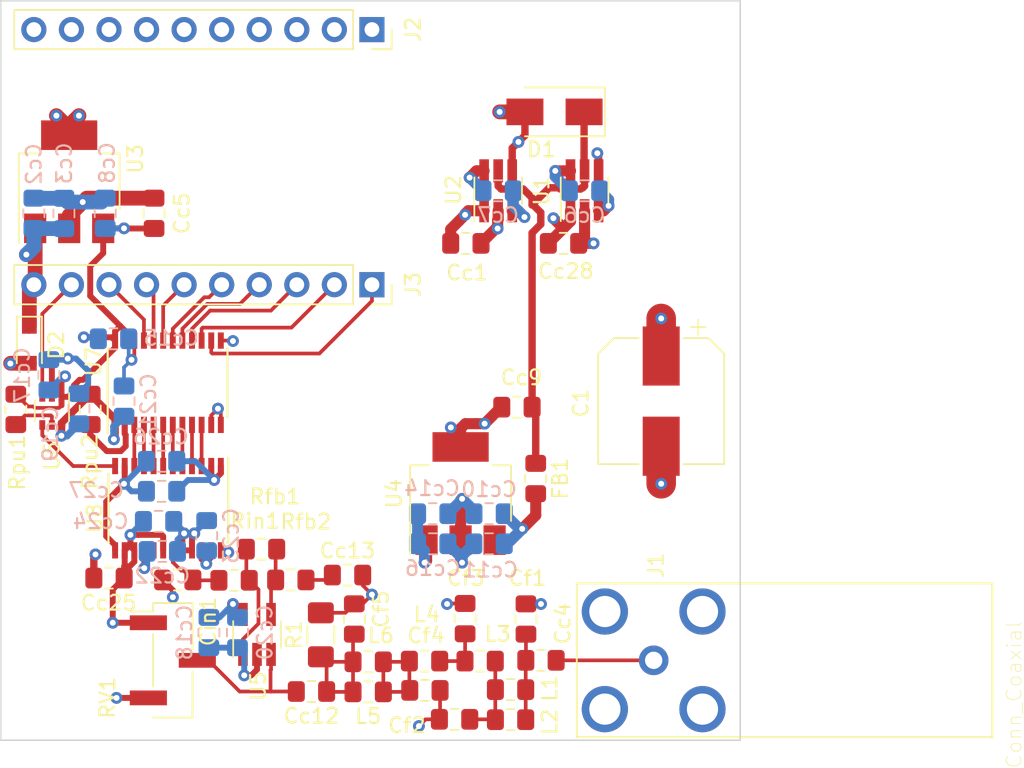
<source format=kicad_pcb>
(kicad_pcb (version 20171130) (host pcbnew "(5.0.0)")
  (layers (0 F.Cu signal) (1 In1.Cu power hide) (2 In2.Cu power hide) (31 B.Cu signal) (36 B.SilkS user) (37 F.SilkS user) (38 B.Mask user) (39 F.Mask user hide) (44 Edge.Cuts user))
  (net 0 "")
  (net 1 +5V)
  (net 2 GNDREF)
  (net 3 "Net-(Cc4-Pad1)")
  (net 4 "Net-(Cc4-Pad2)")
  (net 5 +3V3)
  (net 6 "Net-(Cc6-Pad1)")
  (net 7 "Net-(Cc6-Pad2)")
  (net 8 "Net-(Cc7-Pad2)")
  (net 9 "Net-(Cc7-Pad1)")
  (net 10 "Net-(Cc9-Pad1)")
  (net 11 "Net-(Cc10-Pad1)")
  (net 12 "Net-(Cc12-Pad2)")
  (net 13 "Net-(Cc12-Pad1)")
  (net 14 "Net-(Cc13-Pad1)")
  (net 15 +5VA)
  (net 16 "Net-(Cc22-Pad1)")
  (net 17 "Net-(Cc23-Pad1)")
  (net 18 "Net-(Cf2-Pad1)")
  (net 19 "Net-(Cf3-Pad1)")
  (net 20 "Net-(Cf4-Pad1)")
  (net 21 "Net-(Cin1-Pad1)")
  (net 22 "Net-(J2-Pad1)")
  (net 23 "Net-(J2-Pad2)")
  (net 24 "Net-(J2-Pad3)")
  (net 25 "Net-(J2-Pad4)")
  (net 26 "Net-(J2-Pad5)")
  (net 27 "Net-(J2-Pad6)")
  (net 28 "Net-(J2-Pad7)")
  (net 29 "Net-(J2-Pad8)")
  (net 30 "Net-(J2-Pad9)")
  (net 31 "Net-(J3-Pad9)")
  (net 32 "Net-(J3-Pad8)")
  (net 33 "Net-(J3-Pad7)")
  (net 34 "Net-(J3-Pad6)")
  (net 35 "Net-(J3-Pad5)")
  (net 36 "Net-(J3-Pad4)")
  (net 37 "Net-(J3-Pad3)")
  (net 38 "Net-(J3-Pad2)")
  (net 39 "Net-(J3-Pad1)")
  (net 40 "Net-(Rfb1-Pad1)")
  (net 41 "Net-(Rfb1-Pad2)")
  (net 42 "Net-(Rpu1-Pad2)")
  (net 43 "Net-(Rpu2-Pad2)")
  (net 44 "Net-(U6-Pad4)")
  (net 45 "Net-(U7-Pad10)")
  (net 46 "Net-(U7-Pad9)")
  (net 47 "Net-(U7-Pad8)")
  (net 48 "Net-(U7-Pad7)")
  (net 49 "Net-(U7-Pad6)")
  (net 50 "Net-(U7-Pad5)")
  (net 51 "Net-(U7-Pad4)")
  (net 52 "Net-(U7-Pad3)")
  (module Capacitor_SMD:CP_Elec_8x6.2 (layer F.Cu) (at 65.088085 167.327839 270)
    (fp_text reference C1 (at 0.127 5.4356 270) (layer F.SilkS))
    (fp_text value 47u)
    (pad 1 smd rect (at -3.05 0 270) (size 4 2.5) (layers F.Cu F.Paste F.Mask) (net 1 +5V))
    (pad 2 smd rect (at 3.05 0 270) (size 4 2.5) (layers F.Cu F.Paste F.Mask) (net 2 GNDREF))
  )
  (module Capacitor_SMD:C_0805_2012Metric_Pad1.15x1.40mm_HandSolder (layer F.Cu) (at 51.880085 156.659839)
    (fp_text reference Cc1 (at 0.0762 1.9812) (layer F.SilkS))
    (fp_text value 10u)
    (pad 2 smd roundrect (at 1.025 0) (size 1.15 1.4) (layers F.Cu F.Paste F.Mask) (roundrect_rratio 0.217391) (net 2 GNDREF))
    (pad 1 smd roundrect (at -1.025 0) (size 1.15 1.4) (layers F.Cu F.Paste F.Mask) (roundrect_rratio 0.217391) (net 1 +5V))
  )
  (module Capacitor_SMD:C_0805_2012Metric_Pad1.15x1.40mm_HandSolder (layer B.Cu) (at 22.670085 154.627839 90)
    (fp_text reference Cc2 (at 3.3274 0 90) (layer B.SilkS) (effects (justify mirror)))
    (fp_text value 0.1u)
    (pad 1 smd roundrect (at -1.025 0 90) (size 1.15 1.4) (layers B.Cu B.Paste B.Mask) (roundrect_rratio 0.217391) (net 1 +5V))
    (pad 2 smd roundrect (at 1.025 0 90) (size 1.15 1.4) (layers B.Cu B.Paste B.Mask) (roundrect_rratio 0.217391) (net 2 GNDREF))
  )
  (module Capacitor_SMD:C_0805_2012Metric_Pad1.15x1.40mm_HandSolder (layer B.Cu) (at 24.702085 154.636839 90)
    (fp_text reference Cc3 (at 3.3872 0.0254 90) (layer B.SilkS) (effects (justify mirror)))
    (fp_text value 10u)
    (pad 1 smd roundrect (at -1.025 0 90) (size 1.15 1.4) (layers B.Cu B.Paste B.Mask) (roundrect_rratio 0.217391) (net 1 +5V))
    (pad 2 smd roundrect (at 1.025 0 90) (size 1.15 1.4) (layers B.Cu B.Paste B.Mask) (roundrect_rratio 0.217391) (net 2 GNDREF))
  )
  (module Capacitor_SMD:C_0805_2012Metric_Pad1.15x1.40mm_HandSolder (layer F.Cu) (at 56.960085 184.853839 180)
    (fp_text reference Cc4 (at -1.4732 2.4892 270) (layer F.SilkS))
    (fp_text value 10u)
    (pad 1 smd roundrect (at -1.025 0 180) (size 1.15 1.4) (layers F.Cu F.Paste F.Mask) (roundrect_rratio 0.217391) (net 3 "Net-(Cc4-Pad1)"))
    (pad 2 smd roundrect (at 1.025 0 180) (size 1.15 1.4) (layers F.Cu F.Paste F.Mask) (roundrect_rratio 0.217391) (net 4 "Net-(Cc4-Pad2)"))
  )
  (module Capacitor_SMD:C_0805_2012Metric_Pad1.15x1.40mm_HandSolder (layer F.Cu) (at 30.798085 154.627839 90)
    (fp_text reference Cc5 (at 0 1.8796 90) (layer F.SilkS))
    (fp_text value 10u)
    (pad 2 smd roundrect (at 1.025 0 90) (size 1.15 1.4) (layers F.Cu F.Paste F.Mask) (roundrect_rratio 0.217391) (net 2 GNDREF))
    (pad 1 smd roundrect (at -1.025 0 90) (size 1.15 1.4) (layers F.Cu F.Paste F.Mask) (roundrect_rratio 0.217391) (net 5 +3V3))
  )
  (module Capacitor_SMD:C_0805_2012Metric_Pad1.15x1.40mm_HandSolder (layer B.Cu) (at 59.906485 153.103839)
    (fp_text reference Cc6 (at 0 1.65) (layer B.SilkS) (effects (justify mirror)))
    (fp_text value 10u)
    (pad 2 smd roundrect (at 1.025 0) (size 1.15 1.4) (layers B.Cu B.Paste B.Mask) (roundrect_rratio 0.217391) (net 7 "Net-(Cc6-Pad2)"))
    (pad 1 smd roundrect (at -1.025 0) (size 1.15 1.4) (layers B.Cu B.Paste B.Mask) (roundrect_rratio 0.217391) (net 6 "Net-(Cc6-Pad1)"))
  )
  (module Capacitor_SMD:C_0805_2012Metric_Pad1.15x1.40mm_HandSolder (layer B.Cu) (at 54.064485 153.103839)
    (fp_text reference Cc7 (at 0 1.65) (layer B.SilkS) (effects (justify mirror)))
    (fp_text value 10u)
    (pad 1 smd roundrect (at -1.025 0) (size 1.15 1.4) (layers B.Cu B.Paste B.Mask) (roundrect_rratio 0.217391) (net 9 "Net-(Cc7-Pad1)"))
    (pad 2 smd roundrect (at 1.025 0) (size 1.15 1.4) (layers B.Cu B.Paste B.Mask) (roundrect_rratio 0.217391) (net 8 "Net-(Cc7-Pad2)"))
  )
  (module Capacitor_SMD:C_0805_2012Metric_Pad1.15x1.40mm_HandSolder (layer B.Cu) (at 27.496085 154.627839 90)
    (fp_text reference Cc8 (at 3.4036 0.127 90) (layer B.SilkS) (effects (justify mirror)))
    (fp_text value 0.1u)
    (pad 2 smd roundrect (at 1.025 0 90) (size 1.15 1.4) (layers B.Cu B.Paste B.Mask) (roundrect_rratio 0.217391) (net 2 GNDREF))
    (pad 1 smd roundrect (at -1.025 0 90) (size 1.15 1.4) (layers B.Cu B.Paste B.Mask) (roundrect_rratio 0.217391) (net 5 +3V3))
  )
  (module Capacitor_SMD:C_0805_2012Metric_Pad1.15x1.40mm_HandSolder (layer F.Cu) (at 55.334485 167.734239 180)
    (fp_text reference Cc9 (at -0.3048 2.0066 180) (layer F.SilkS))
    (fp_text value 10u)
    (pad 1 smd roundrect (at -1.025 0 180) (size 1.15 1.4) (layers F.Cu F.Paste F.Mask) (roundrect_rratio 0.217391) (net 10 "Net-(Cc9-Pad1)"))
    (pad 2 smd roundrect (at 1.025 0 180) (size 1.15 1.4) (layers F.Cu F.Paste F.Mask) (roundrect_rratio 0.217391) (net 2 GNDREF))
  )
  (module Capacitor_SMD:C_0805_2012Metric_Pad1.15x1.40mm_HandSolder (layer B.Cu) (at 53.45178 174.940964 180)
    (fp_text reference Cc10 (at 0 1.65 180) (layer B.SilkS) (effects (justify mirror)))
    (fp_text value 10u)
    (pad 1 smd roundrect (at -1.025 0 180) (size 1.15 1.4) (layers B.Cu B.Paste B.Mask) (roundrect_rratio 0.217391) (net 11 "Net-(Cc10-Pad1)"))
    (pad 2 smd roundrect (at 1.025 0 180) (size 1.15 1.4) (layers B.Cu B.Paste B.Mask) (roundrect_rratio 0.217391) (net 2 GNDREF))
  )
  (module Capacitor_SMD:C_0805_2012Metric_Pad1.15x1.40mm_HandSolder (layer B.Cu) (at 53.45178 176.972964 180)
    (fp_text reference Cc11 (at -0.079305 -1.759475 180) (layer B.SilkS) (effects (justify mirror)))
    (fp_text value 0.1u)
    (pad 2 smd roundrect (at 1.025 0 180) (size 1.15 1.4) (layers B.Cu B.Paste B.Mask) (roundrect_rratio 0.217391) (net 2 GNDREF))
    (pad 1 smd roundrect (at -1.025 0 180) (size 1.15 1.4) (layers B.Cu B.Paste B.Mask) (roundrect_rratio 0.217391) (net 11 "Net-(Cc10-Pad1)"))
  )
  (module Capacitor_SMD:C_0805_2012Metric_Pad1.15x1.40mm_HandSolder (layer F.Cu) (at 41.440685 186.962039 180)
    (fp_text reference Cc12 (at 0 -1.65 180) (layer F.SilkS))
    (fp_text value 10u)
    (pad 2 smd roundrect (at 1.025 0 180) (size 1.15 1.4) (layers F.Cu F.Paste F.Mask) (roundrect_rratio 0.217391) (net 12 "Net-(Cc12-Pad2)"))
    (pad 1 smd roundrect (at -1.025 0 180) (size 1.15 1.4) (layers F.Cu F.Paste F.Mask) (roundrect_rratio 0.217391) (net 13 "Net-(Cc12-Pad1)"))
  )
  (module Capacitor_SMD:C_0805_2012Metric_Pad1.15x1.40mm_HandSolder (layer F.Cu) (at 43.879085 179.088039)
    (fp_text reference Cc13 (at 0 -1.65) (layer F.SilkS))
    (fp_text value 10u)
    (pad 2 smd roundrect (at 1.025 0) (size 1.15 1.4) (layers F.Cu F.Paste F.Mask) (roundrect_rratio 0.217391) (net 2 GNDREF))
    (pad 1 smd roundrect (at -1.025 0) (size 1.15 1.4) (layers F.Cu F.Paste F.Mask) (roundrect_rratio 0.217391) (net 14 "Net-(Cc13-Pad1)"))
  )
  (module Capacitor_SMD:C_0805_2012Metric_Pad1.15x1.40mm_HandSolder (layer B.Cu) (at 49.64178 174.940964)
    (fp_text reference Cc14 (at -0.047695 -1.720325) (layer B.SilkS) (effects (justify mirror)))
    (fp_text value 10u)
    (pad 2 smd roundrect (at 1.025 0) (size 1.15 1.4) (layers B.Cu B.Paste B.Mask) (roundrect_rratio 0.217391) (net 2 GNDREF))
    (pad 1 smd roundrect (at -1.025 0) (size 1.15 1.4) (layers B.Cu B.Paste B.Mask) (roundrect_rratio 0.217391) (net 15 +5VA))
  )
  (module Capacitor_SMD:C_0805_2012Metric_Pad1.15x1.40mm_HandSolder (layer B.Cu) (at 28.054885 163.111439 180)
    (fp_text reference Cc15 (at -3.9116 0.0508 180) (layer B.SilkS) (effects (justify mirror)))
    (fp_text value 10u)
    (pad 2 smd roundrect (at 1.025 0 180) (size 1.15 1.4) (layers B.Cu B.Paste B.Mask) (roundrect_rratio 0.217391) (net 5 +3V3))
    (pad 1 smd roundrect (at -1.025 0 180) (size 1.15 1.4) (layers B.Cu B.Paste B.Mask) (roundrect_rratio 0.217391) (net 2 GNDREF))
  )
  (module Capacitor_SMD:C_0805_2012Metric_Pad1.15x1.40mm_HandSolder (layer B.Cu) (at 49.64178 176.972964)
    (fp_text reference Cc16 (at 0 1.65) (layer B.SilkS) (effects (justify mirror)))
    (fp_text value 0.1u)
    (pad 2 smd roundrect (at 1.025 0) (size 1.15 1.4) (layers B.Cu B.Paste B.Mask) (roundrect_rratio 0.217391) (net 2 GNDREF))
    (pad 1 smd roundrect (at -1.025 0) (size 1.15 1.4) (layers B.Cu B.Paste B.Mask) (roundrect_rratio 0.217391) (net 15 +5VA))
  )
  (module Capacitor_SMD:C_0805_2012Metric_Pad1.15x1.40mm_HandSolder (layer B.Cu) (at 23.686085 165.549839 90)
    (fp_text reference Cc17 (at -0.0254 -1.8034 90) (layer B.SilkS) (effects (justify mirror)))
    (fp_text value 10u)
    (pad 2 smd roundrect (at 1.025 0 90) (size 1.15 1.4) (layers B.Cu B.Paste B.Mask) (roundrect_rratio 0.217391) (net 2 GNDREF))
    (pad 1 smd roundrect (at -1.025 0 90) (size 1.15 1.4) (layers B.Cu B.Paste B.Mask) (roundrect_rratio 0.217391) (net 5 +3V3))
  )
  (module Capacitor_SMD:C_0805_2012Metric_Pad1.15x1.40mm_HandSolder (layer B.Cu) (at 34.506485 182.974239 270)
    (fp_text reference Cc18 (at 0 1.65 270) (layer B.SilkS) (effects (justify mirror)))
    (fp_text value 10u)
    (pad 2 smd roundrect (at 1.025 0 270) (size 1.15 1.4) (layers B.Cu B.Paste B.Mask) (roundrect_rratio 0.217391) (net 2 GNDREF))
    (pad 1 smd roundrect (at -1.025 0 270) (size 1.15 1.4) (layers B.Cu B.Paste B.Mask) (roundrect_rratio 0.217391) (net 15 +5VA))
  )
  (module Capacitor_SMD:C_0805_2012Metric_Pad1.15x1.40mm_HandSolder (layer B.Cu) (at 25.718085 167.835839 90)
    (fp_text reference Cc19 (at -1.7018 -1.9304 90) (layer B.SilkS) (effects (justify mirror)))
    (fp_text value 10u)
    (pad 2 smd roundrect (at 1.025 0 90) (size 1.15 1.4) (layers B.Cu B.Paste B.Mask) (roundrect_rratio 0.217391) (net 2 GNDREF))
    (pad 1 smd roundrect (at -1.025 0 90) (size 1.15 1.4) (layers B.Cu B.Paste B.Mask) (roundrect_rratio 0.217391) (net 1 +5V))
  )
  (module Capacitor_SMD:C_0805_2012Metric_Pad1.15x1.40mm_HandSolder (layer B.Cu) (at 36.436885 182.974239 270)
    (fp_text reference Cc20 (at 0 -1.8542 270) (layer B.SilkS) (effects (justify mirror)))
    (fp_text value 0.1u)
    (pad 1 smd roundrect (at -1.025 0 270) (size 1.15 1.4) (layers B.Cu B.Paste B.Mask) (roundrect_rratio 0.217391) (net 15 +5VA))
    (pad 2 smd roundrect (at 1.025 0 270) (size 1.15 1.4) (layers B.Cu B.Paste B.Mask) (roundrect_rratio 0.217391) (net 2 GNDREF))
  )
  (module Capacitor_SMD:C_0805_2012Metric_Pad1.15x1.40mm_HandSolder (layer B.Cu) (at 28.766085 167.327839 90)
    (fp_text reference Cc21 (at 0 1.65 90) (layer B.SilkS) (effects (justify mirror)))
    (fp_text value 10u)
    (pad 1 smd roundrect (at -1.025 0 90) (size 1.15 1.4) (layers B.Cu B.Paste B.Mask) (roundrect_rratio 0.217391) (net 1 +5V))
    (pad 2 smd roundrect (at 1.025 0 90) (size 1.15 1.4) (layers B.Cu B.Paste B.Mask) (roundrect_rratio 0.217391) (net 2 GNDREF))
  )
  (module Capacitor_SMD:C_0805_2012Metric_Pad1.15x1.40mm_HandSolder (layer B.Cu) (at 31.356885 177.487839)
    (fp_text reference Cc22 (at 0 1.65) (layer B.SilkS) (effects (justify mirror)))
    (fp_text value 10uF)
    (pad 1 smd roundrect (at -1.025 0) (size 1.15 1.4) (layers B.Cu B.Paste B.Mask) (roundrect_rratio 0.217391) (net 16 "Net-(Cc22-Pad1)"))
    (pad 2 smd roundrect (at 1.025 0) (size 1.15 1.4) (layers B.Cu B.Paste B.Mask) (roundrect_rratio 0.217391) (net 2 GNDREF))
  )
  (module Capacitor_SMD:C_0805_2012Metric_Pad1.15x1.40mm_HandSolder (layer B.Cu) (at 34.354085 176.430039 90)
    (fp_text reference Cc23 (at 0 1.65 90) (layer B.SilkS) (effects (justify mirror)))
    (fp_text value 10uF)
    (pad 1 smd roundrect (at -1.025 0 90) (size 1.15 1.4) (layers B.Cu B.Paste B.Mask) (roundrect_rratio 0.217391) (net 17 "Net-(Cc23-Pad1)"))
    (pad 2 smd roundrect (at 1.025 0 90) (size 1.15 1.4) (layers B.Cu B.Paste B.Mask) (roundrect_rratio 0.217391) (net 2 GNDREF))
  )
  (module Capacitor_SMD:C_0805_2012Metric_Pad1.15x1.40mm_HandSolder (layer B.Cu) (at 31.102885 175.455839 180)
    (fp_text reference Cc24 (at 3.9116 0 180) (layer B.SilkS) (effects (justify mirror)))
    (fp_text value 0.1u)
    (pad 1 smd roundrect (at -1.025 0 180) (size 1.15 1.4) (layers B.Cu B.Paste B.Mask) (roundrect_rratio 0.217391) (net 2 GNDREF))
    (pad 2 smd roundrect (at 1.025 0 180) (size 1.15 1.4) (layers B.Cu B.Paste B.Mask) (roundrect_rratio 0.217391) (net 15 +5VA))
  )
  (module Capacitor_SMD:C_0805_2012Metric_Pad1.15x1.40mm_HandSolder (layer F.Cu) (at 27.750085 179.291239)
    (fp_text reference Cc25 (at -0.0254 1.6764) (layer F.SilkS))
    (fp_text value 10u)
    (pad 1 smd roundrect (at -1.025 0) (size 1.15 1.4) (layers F.Cu F.Paste F.Mask) (roundrect_rratio 0.217391) (net 2 GNDREF))
    (pad 2 smd roundrect (at 1.025 0) (size 1.15 1.4) (layers F.Cu F.Paste F.Mask) (roundrect_rratio 0.217391) (net 15 +5VA))
  )
  (module Capacitor_SMD:C_0805_2012Metric_Pad1.15x1.40mm_HandSolder (layer B.Cu) (at 31.306085 171.391839)
    (fp_text reference Cc26 (at -0.0508 -1.651) (layer B.SilkS) (effects (justify mirror)))
    (fp_text value 0.1u)
    (pad 2 smd roundrect (at 1.025 0) (size 1.15 1.4) (layers B.Cu B.Paste B.Mask) (roundrect_rratio 0.217391) (net 2 GNDREF))
    (pad 1 smd roundrect (at -1.025 0) (size 1.15 1.4) (layers B.Cu B.Paste B.Mask) (roundrect_rratio 0.217391) (net 1 +5V))
  )
  (module Capacitor_SMD:C_0805_2012Metric_Pad1.15x1.40mm_HandSolder (layer B.Cu) (at 31.306085 173.423839)
    (fp_text reference Cc27 (at -4.4196 -0.0762) (layer B.SilkS) (effects (justify mirror)))
    (fp_text value 10u)
    (pad 2 smd roundrect (at 1.025 0) (size 1.15 1.4) (layers B.Cu B.Paste B.Mask) (roundrect_rratio 0.217391) (net 2 GNDREF))
    (pad 1 smd roundrect (at -1.025 0) (size 1.15 1.4) (layers B.Cu B.Paste B.Mask) (roundrect_rratio 0.217391) (net 1 +5V))
  )
  (module Capacitor_SMD:C_0805_2012Metric_Pad1.15x1.40mm_HandSolder (layer F.Cu) (at 58.484085 156.659839)
    (fp_text reference Cc28 (at 0.1524 1.8796) (layer F.SilkS))
    (fp_text value 10u)
    (pad 1 smd roundrect (at -1.025 0) (size 1.15 1.4) (layers F.Cu F.Paste F.Mask) (roundrect_rratio 0.217391) (net 1 +5V))
    (pad 2 smd roundrect (at 1.025 0) (size 1.15 1.4) (layers F.Cu F.Paste F.Mask) (roundrect_rratio 0.217391) (net 2 GNDREF))
  )
  (module Capacitor_SMD:C_0805_2012Metric_Pad1.15x1.40mm_HandSolder (layer F.Cu) (at 55.944085 182.059839 90)
    (fp_text reference Cf1 (at 2.7686 0.1016 180) (layer F.SilkS))
    (fp_text value 150pF)
    (pad 1 smd roundrect (at -1.025 0 90) (size 1.15 1.4) (layers F.Cu F.Paste F.Mask) (roundrect_rratio 0.217391) (net 4 "Net-(Cc4-Pad2)"))
    (pad 2 smd roundrect (at 1.025 0 90) (size 1.15 1.4) (layers F.Cu F.Paste F.Mask) (roundrect_rratio 0.217391) (net 2 GNDREF))
  )
  (module Capacitor_SMD:C_0805_2012Metric_Pad1.15x1.40mm_HandSolder (layer F.Cu) (at 51.118085 188.841639 180)
    (fp_text reference Cf2 (at 3.2258 -0.4064 180) (layer F.SilkS))
    (fp_text value 680pF)
    (pad 2 smd roundrect (at 1.025 0 180) (size 1.15 1.4) (layers F.Cu F.Paste F.Mask) (roundrect_rratio 0.217391) (net 2 GNDREF))
    (pad 1 smd roundrect (at -1.025 0 180) (size 1.15 1.4) (layers F.Cu F.Paste F.Mask) (roundrect_rratio 0.217391) (net 18 "Net-(Cf2-Pad1)"))
  )
  (module Capacitor_SMD:C_0805_2012Metric_Pad1.15x1.40mm_HandSolder (layer F.Cu) (at 51.829285 182.034439 90)
    (fp_text reference Cf3 (at 2.7432 0.0508 180) (layer F.SilkS))
    (fp_text value 910pF)
    (pad 2 smd roundrect (at 1.025 0 90) (size 1.15 1.4) (layers F.Cu F.Paste F.Mask) (roundrect_rratio 0.217391) (net 2 GNDREF))
    (pad 1 smd roundrect (at -1.025 0 90) (size 1.15 1.4) (layers F.Cu F.Paste F.Mask) (roundrect_rratio 0.217391) (net 19 "Net-(Cf3-Pad1)"))
  )
  (module Capacitor_SMD:C_0805_2012Metric_Pad1.15x1.40mm_HandSolder (layer F.Cu) (at 49.111485 186.885839)
    (fp_text reference Cf4 (at 0.0762 -3.7084 180) (layer F.SilkS))
    (fp_text value 680pF)
    (pad 1 smd roundrect (at -1.025 0) (size 1.15 1.4) (layers F.Cu F.Paste F.Mask) (roundrect_rratio 0.217391) (net 20 "Net-(Cf4-Pad1)"))
    (pad 2 smd roundrect (at 1.025 0) (size 1.15 1.4) (layers F.Cu F.Paste F.Mask) (roundrect_rratio 0.217391) (net 2 GNDREF))
  )
  (module Capacitor_SMD:C_0805_2012Metric_Pad1.15x1.40mm_HandSolder (layer F.Cu) (at 44.336285 182.059839 90)
    (fp_text reference Cf5 (at 0.6604 1.8034 90) (layer F.SilkS))
    (fp_text value 150pF)
    (pad 2 smd roundrect (at 1.025 0 90) (size 1.15 1.4) (layers F.Cu F.Paste F.Mask) (roundrect_rratio 0.217391) (net 2 GNDREF))
    (pad 1 smd roundrect (at -1.025 0 90) (size 1.15 1.4) (layers F.Cu F.Paste F.Mask) (roundrect_rratio 0.217391) (net 13 "Net-(Cc12-Pad1)"))
  )
  (module Capacitor_SMD:C_0805_2012Metric_Pad1.15x1.40mm_HandSolder (layer F.Cu) (at 32.398285 179.418239 180)
    (fp_text reference Cin1 (at -2.0574 -2.8194 270) (layer F.SilkS))
    (fp_text value 62pF)
    (pad 1 smd roundrect (at -1.025 0 180) (size 1.15 1.4) (layers F.Cu F.Paste F.Mask) (roundrect_rratio 0.217) (net 21 "Net-(Cin1-Pad1)"))
    (pad 2 smd roundrect (at 1.025 0 180) (size 1.15 1.4) (layers F.Cu F.Paste F.Mask) (roundrect_rratio 0.217391) (net 2 GNDREF))
  )
  (module Diode_SMD:D_SMA (layer F.Cu) (at 57.874485 147.769839 180)
    (fp_text reference D1 (at 0.889 -2.54 180) (layer F.SilkS))
    (fp_text value B120-E3)
    (pad 2 smd rect (at 2 0 180) (size 2.5 1.8) (layers F.Cu F.Paste F.Mask) (net 1 +5V))
    (pad 1 smd rect (at -2 0 180) (size 2.5 1.8) (layers F.Cu F.Paste F.Mask) (net 10 "Net-(Cc9-Pad1)"))
  )
  (module Diode_SMD:D_SOD-323_HandSoldering (layer F.Cu) (at 22.365285 163.517839 270)
    (fp_text reference D2 (at 0.0254 -1.8288 270) (layer F.SilkS))
    (fp_text value D_TVS)
    (pad 1 smd rect (at -1.25 0 270) (size 1 1) (layers F.Cu F.Paste F.Mask) (net 1 +5V))
    (pad 2 smd rect (at 1.25 0 270) (size 1 1) (layers F.Cu F.Paste F.Mask) (net 2 GNDREF))
  )
  (module 5-1634513-1:TE_5-1634513-1 (layer F.Cu) (at 64.580085 184.853839 90)
    (fp_text reference J1 (at 6.4262 0.1524 90) (layer F.SilkS) (effects (font (size 1.00198 1.00198))))
    (fp_text value Conn_Coaxial (at -2.32604 24.3758 90) (layer F.SilkS) (effects (font (size 1.00044 1.00044) (thickness 0.05))))
    (pad 2 thru_hole circle (at -3.3 -3.3 90) (size 3.126 3.126) (drill 2.11) (layers *.Cu *.Mask) (net 2 GNDREF))
    (pad 2 thru_hole circle (at 3.3 -3.3 90) (size 3.126 3.126) (drill 2.11) (layers *.Cu *.Mask) (net 2 GNDREF))
    (pad 2 thru_hole circle (at 3.3 3.3 90) (size 3.126 3.126) (drill 2.11) (layers *.Cu *.Mask) (net 2 GNDREF))
    (pad 2 thru_hole circle (at -3.3 3.3 90) (size 3.126 3.126) (drill 2.11) (layers *.Cu *.Mask) (net 2 GNDREF))
    (pad 1 thru_hole circle (at 0 0 90) (size 2 2) (drill 1.17) (layers *.Cu *.Mask) (net 3 "Net-(Cc4-Pad1)"))
  )
  (module Connector_PinSocket_2.54mm:PinSocket_1x10_P2.54mm_Vertical (layer F.Cu) (at 45.530085 142.203039 270)
    (fp_text reference J2 (at 0 -2.77 270) (layer F.SilkS))
    (fp_text value Conn_01x10_Female)
    (pad 1 thru_hole rect (at 0 0 270) (size 1.7 1.7) (drill 1) (layers *.Cu *.Mask) (net 22 "Net-(J2-Pad1)"))
    (pad 2 thru_hole oval (at 0 2.54 270) (size 1.7 1.7) (drill 1) (layers *.Cu *.Mask) (net 23 "Net-(J2-Pad2)"))
    (pad 3 thru_hole oval (at 0 5.08 270) (size 1.7 1.7) (drill 1) (layers *.Cu *.Mask) (net 24 "Net-(J2-Pad3)"))
    (pad 4 thru_hole oval (at 0 7.62 270) (size 1.7 1.7) (drill 1) (layers *.Cu *.Mask) (net 25 "Net-(J2-Pad4)"))
    (pad 5 thru_hole oval (at 0 10.16 270) (size 1.7 1.7) (drill 1) (layers *.Cu *.Mask) (net 26 "Net-(J2-Pad5)"))
    (pad 6 thru_hole oval (at 0 12.7 270) (size 1.7 1.7) (drill 1) (layers *.Cu *.Mask) (net 27 "Net-(J2-Pad6)"))
    (pad 7 thru_hole oval (at 0 15.24 270) (size 1.7 1.7) (drill 1) (layers *.Cu *.Mask) (net 28 "Net-(J2-Pad7)"))
    (pad 8 thru_hole oval (at 0 17.78 270) (size 1.7 1.7) (drill 1) (layers *.Cu *.Mask) (net 29 "Net-(J2-Pad8)"))
    (pad 9 thru_hole oval (at 0 20.32 270) (size 1.7 1.7) (drill 1) (layers *.Cu *.Mask) (net 30 "Net-(J2-Pad9)"))
    (pad 10 thru_hole oval (at 0 22.86 270) (size 1.7 1.7) (drill 1) (layers *.Cu *.Mask) (net 2 GNDREF))
  )
  (module Connector_PinSocket_2.54mm:PinSocket_1x10_P2.54mm_Vertical (layer F.Cu) (at 45.530085 159.453839 270)
    (fp_text reference J3 (at 0 -2.77 270) (layer F.SilkS))
    (fp_text value Conn_01x10_Female)
    (pad 10 thru_hole oval (at 0 22.86 270) (size 1.7 1.7) (drill 1) (layers *.Cu *.Mask) (net 1 +5V))
    (pad 9 thru_hole oval (at 0 20.32 270) (size 1.7 1.7) (drill 1) (layers *.Cu *.Mask) (net 31 "Net-(J3-Pad9)"))
    (pad 8 thru_hole oval (at 0 17.78 270) (size 1.7 1.7) (drill 1) (layers *.Cu *.Mask) (net 32 "Net-(J3-Pad8)"))
    (pad 7 thru_hole oval (at 0 15.24 270) (size 1.7 1.7) (drill 1) (layers *.Cu *.Mask) (net 33 "Net-(J3-Pad7)"))
    (pad 6 thru_hole oval (at 0 12.7 270) (size 1.7 1.7) (drill 1) (layers *.Cu *.Mask) (net 34 "Net-(J3-Pad6)"))
    (pad 5 thru_hole oval (at 0 10.16 270) (size 1.7 1.7) (drill 1) (layers *.Cu *.Mask) (net 35 "Net-(J3-Pad5)"))
    (pad 4 thru_hole oval (at 0 7.62 270) (size 1.7 1.7) (drill 1) (layers *.Cu *.Mask) (net 36 "Net-(J3-Pad4)"))
    (pad 3 thru_hole oval (at 0 5.08 270) (size 1.7 1.7) (drill 1) (layers *.Cu *.Mask) (net 37 "Net-(J3-Pad3)"))
    (pad 2 thru_hole oval (at 0 2.54 270) (size 1.7 1.7) (drill 1) (layers *.Cu *.Mask) (net 38 "Net-(J3-Pad2)"))
    (pad 1 thru_hole rect (at 0 0 270) (size 1.7 1.7) (drill 1) (layers *.Cu *.Mask) (net 39 "Net-(J3-Pad1)"))
  )
  (module Inductor_SMD:L_0805_2012Metric_Pad1.15x1.40mm_HandSolder (layer F.Cu) (at 54.902685 186.835039 180)
    (fp_text reference L1 (at -2.6416 0.0762 270) (layer F.SilkS))
    (fp_text value 2.2u)
    (pad 2 smd roundrect (at 1.025 0 180) (size 1.15 1.4) (layers F.Cu F.Paste F.Mask) (roundrect_rratio 0.217391) (net 18 "Net-(Cf2-Pad1)"))
    (pad 1 smd roundrect (at -1.025 0 180) (size 1.15 1.4) (layers F.Cu F.Paste F.Mask) (roundrect_rratio 0.217391) (net 4 "Net-(Cc4-Pad2)"))
  )
  (module Inductor_SMD:L_0805_2012Metric_Pad1.15x1.40mm_HandSolder (layer F.Cu) (at 54.902685 188.867039 180)
    (fp_text reference L2 (at -2.6416 -0.1524 270) (layer F.SilkS))
    (fp_text value 2.2u)
    (pad 1 smd roundrect (at -1.025 0 180) (size 1.15 1.4) (layers F.Cu F.Paste F.Mask) (roundrect_rratio 0.217391) (net 4 "Net-(Cc4-Pad2)"))
    (pad 2 smd roundrect (at 1.025 0 180) (size 1.15 1.4) (layers F.Cu F.Paste F.Mask) (roundrect_rratio 0.217391) (net 18 "Net-(Cf2-Pad1)"))
  )
  (module Inductor_SMD:L_0805_2012Metric_Pad1.15x1.40mm_HandSolder (layer F.Cu) (at 52.845285 184.904639 180)
    (fp_text reference L3 (at -1.1938 1.8288 180) (layer F.SilkS))
    (fp_text value 2.2u)
    (pad 2 smd roundrect (at 1.025 0 180) (size 1.15 1.4) (layers F.Cu F.Paste F.Mask) (roundrect_rratio 0.217391) (net 19 "Net-(Cf3-Pad1)"))
    (pad 1 smd roundrect (at -1.025 0 180) (size 1.15 1.4) (layers F.Cu F.Paste F.Mask) (roundrect_rratio 0.217391) (net 18 "Net-(Cf2-Pad1)"))
  )
  (module Inductor_SMD:L_0805_2012Metric_Pad1.15x1.40mm_HandSolder (layer F.Cu) (at 49.086085 184.904639 180)
    (fp_text reference L4 (at -0.1524 3.1496 180) (layer F.SilkS))
    (fp_text value 2.2u)
    (pad 1 smd roundrect (at -1.025 0 180) (size 1.15 1.4) (layers F.Cu F.Paste F.Mask) (roundrect_rratio 0.217391) (net 19 "Net-(Cf3-Pad1)"))
    (pad 2 smd roundrect (at 1.025 0 180) (size 1.15 1.4) (layers F.Cu F.Paste F.Mask) (roundrect_rratio 0.217391) (net 20 "Net-(Cf4-Pad1)"))
  )
  (module Inductor_SMD:L_0805_2012Metric_Pad1.15x1.40mm_HandSolder (layer F.Cu) (at 45.276085 186.987439 180)
    (fp_text reference L5 (at 0 -1.65 180) (layer F.SilkS))
    (fp_text value 2.2u)
    (pad 1 smd roundrect (at -1.025 0 180) (size 1.15 1.4) (layers F.Cu F.Paste F.Mask) (roundrect_rratio 0.217391) (net 20 "Net-(Cf4-Pad1)"))
    (pad 2 smd roundrect (at 1.025 0 180) (size 1.15 1.4) (layers F.Cu F.Paste F.Mask) (roundrect_rratio 0.217391) (net 13 "Net-(Cc12-Pad1)"))
  )
  (module Inductor_SMD:L_0805_2012Metric_Pad1.15x1.40mm_HandSolder (layer F.Cu) (at 45.276085 184.955439 180)
    (fp_text reference L6 (at -0.8636 1.778 180) (layer F.SilkS))
    (fp_text value 2.2u)
    (pad 2 smd roundrect (at 1.025 0 180) (size 1.15 1.4) (layers F.Cu F.Paste F.Mask) (roundrect_rratio 0.217391) (net 13 "Net-(Cc12-Pad1)"))
    (pad 1 smd roundrect (at -1.025 0 180) (size 1.15 1.4) (layers F.Cu F.Paste F.Mask) (roundrect_rratio 0.217391) (net 20 "Net-(Cf4-Pad1)"))
  )
  (module Inductor_SMD:L_0805_2012Metric_Pad1.15x1.40mm_HandSolder (layer F.Cu) (at 56.604485 172.560239 270)
    (fp_text reference FB1 (at 0 -1.65 270) (layer F.SilkS))
    (fp_text value L_Core_Ferrite)
    (pad 1 smd roundrect (at -1.025 0 270) (size 1.15 1.4) (layers F.Cu F.Paste F.Mask) (roundrect_rratio 0.217391) (net 10 "Net-(Cc9-Pad1)"))
    (pad 2 smd roundrect (at 1.025 0 270) (size 1.15 1.4) (layers F.Cu F.Paste F.Mask) (roundrect_rratio 0.217391) (net 11 "Net-(Cc10-Pad1)"))
  )
  (module Resistor_SMD:R_1206_3216Metric_Pad1.42x1.75mm_HandSolder (layer F.Cu) (at 42.075685 183.126639 90)
    (fp_text reference R1 (at 0 -1.82 90) (layer F.SilkS))
    (fp_text value 50)
    (pad 1 smd roundrect (at -1.4875 0 90) (size 1.425 1.75) (layers F.Cu F.Paste F.Mask) (roundrect_rratio 0.175439) (net 13 "Net-(Cc12-Pad1)"))
    (pad 2 smd roundrect (at 1.4875 0 90) (size 1.425 1.75) (layers F.Cu F.Paste F.Mask) (roundrect_rratio 0.175439) (net 2 GNDREF))
  )
  (module Resistor_SMD:R_0805_2012Metric_Pad1.15x1.40mm_HandSolder (layer F.Cu) (at 38.062485 177.335439)
    (fp_text reference Rfb1 (at 0.9144 -3.556) (layer F.SilkS))
    (fp_text value 270)
    (pad 1 smd roundrect (at -1.025 0) (size 1.15 1.4) (layers F.Cu F.Paste F.Mask) (roundrect_rratio 0.217391) (net 40 "Net-(Rfb1-Pad1)"))
    (pad 2 smd roundrect (at 1.025 0) (size 1.15 1.4) (layers F.Cu F.Paste F.Mask) (roundrect_rratio 0.217391) (net 41 "Net-(Rfb1-Pad2)"))
  )
  (module Resistor_SMD:R_0805_2012Metric_Pad1.15x1.40mm_HandSolder (layer F.Cu) (at 40.043685 179.418239)
    (fp_text reference Rfb2 (at 1.016 -3.937) (layer F.SilkS))
    (fp_text value 270)
    (pad 1 smd roundrect (at -1.025 0) (size 1.15 1.4) (layers F.Cu F.Paste F.Mask) (roundrect_rratio 0.217391) (net 41 "Net-(Rfb1-Pad2)"))
    (pad 2 smd roundrect (at 1.025 0) (size 1.15 1.4) (layers F.Cu F.Paste F.Mask) (roundrect_rratio 0.217391) (net 14 "Net-(Cc13-Pad1)"))
  )
  (module Resistor_SMD:R_0805_2012Metric_Pad1.15x1.40mm_HandSolder (layer F.Cu) (at 36.208285 179.443639 180)
    (fp_text reference Rin1 (at -1.4224 4.0132) (layer F.SilkS))
    (fp_text value 110)
    (pad 2 smd roundrect (at 1.025 0 180) (size 1.15 1.4) (layers F.Cu F.Paste F.Mask) (roundrect_rratio 0.217391) (net 21 "Net-(Cin1-Pad1)"))
    (pad 1 smd roundrect (at -1.025 0 180) (size 1.15 1.4) (layers F.Cu F.Paste F.Mask) (roundrect_rratio 0.217391) (net 40 "Net-(Rfb1-Pad1)"))
  )
  (module Resistor_SMD:R_0805_2012Metric_Pad1.15x1.40mm_HandSolder (layer F.Cu) (at 21.450885 167.886639 270)
    (fp_text reference Rpu1 (at 3.6068 -0.1016 270) (layer F.SilkS))
    (fp_text value 10k)
    (pad 1 smd roundrect (at -1.025 0 270) (size 1.15 1.4) (layers F.Cu F.Paste F.Mask) (roundrect_rratio 0.217391) (net 5 +3V3))
    (pad 2 smd roundrect (at 1.025 0 270) (size 1.15 1.4) (layers F.Cu F.Paste F.Mask) (roundrect_rratio 0.217391) (net 42 "Net-(Rpu1-Pad2)"))
  )
  (module Resistor_SMD:R_0805_2012Metric_Pad1.15x1.40mm_HandSolder (layer F.Cu) (at 26.480085 167.886639 270)
    (fp_text reference Rpu2 (at 3.5306 0.0254 270) (layer F.SilkS))
    (fp_text value 10k)
    (pad 2 smd roundrect (at 1.025 0 270) (size 1.15 1.4) (layers F.Cu F.Paste F.Mask) (roundrect_rratio 0.217391) (net 43 "Net-(Rpu2-Pad2)"))
    (pad 1 smd roundrect (at -1.025 0 270) (size 1.15 1.4) (layers F.Cu F.Paste F.Mask) (roundrect_rratio 0.217391) (net 1 +5V))
  )
  (module Connector_PinHeader_2.54mm:PinHeader_1x03_P2.54mm_Vertical_SMD_Pin1Left (layer F.Cu) (at 32.068085 184.853839)
    (fp_text reference RV1 (at -4.4196 2.54 90) (layer F.SilkS))
    (fp_text value R_POT)
    (pad 1 smd rect (at -1.655 -2.54) (size 2.51 1) (layers F.Cu F.Paste F.Mask) (net 15 +5VA))
    (pad 3 smd rect (at -1.655 2.54) (size 2.51 1) (layers F.Cu F.Paste F.Mask) (net 2 GNDREF))
    (pad 2 smd rect (at 1.655 0) (size 2.51 1) (layers F.Cu F.Paste F.Mask) (net 12 "Net-(Cc12-Pad2)"))
  )
  (module Package_TO_SOT_SMD:SOT-23-6_Handsoldering (layer F.Cu) (at 59.906485 153.103839 90)
    (fp_text reference U1 (at 0 -2.9 90) (layer F.SilkS))
    (fp_text value LM2766M6X_NOPB hide)
    (pad 1 smd rect (at -1.35 -0.95 90) (size 1.56 0.65) (layers F.Cu F.Paste F.Mask) (net 1 +5V))
    (pad 2 smd rect (at -1.35 0 90) (size 1.56 0.65) (layers F.Cu F.Paste F.Mask) (net 2 GNDREF))
    (pad 3 smd rect (at -1.35 0.95 90) (size 1.56 0.65) (layers F.Cu F.Paste F.Mask) (net 7 "Net-(Cc6-Pad2)"))
    (pad 4 smd rect (at 1.35 0.95 90) (size 1.56 0.65) (layers F.Cu F.Paste F.Mask) (net 1 +5V))
    (pad 6 smd rect (at 1.35 -0.95 90) (size 1.56 0.65) (layers F.Cu F.Paste F.Mask) (net 6 "Net-(Cc6-Pad1)"))
    (pad 5 smd rect (at 1.35 0 90) (size 1.56 0.65) (layers F.Cu F.Paste F.Mask) (net 10 "Net-(Cc9-Pad1)"))
  )
  (module Package_TO_SOT_SMD:SOT-23-6_Handsoldering (layer F.Cu) (at 54.064485 153.103839 90)
    (fp_text reference U2 (at 0.0508 -3.0226 90) (layer F.SilkS))
    (fp_text value LM2766M6X_NOPB hide)
    (pad 5 smd rect (at 1.35 0 90) (size 1.56 0.65) (layers F.Cu F.Paste F.Mask) (net 10 "Net-(Cc9-Pad1)"))
    (pad 6 smd rect (at 1.35 -0.95 90) (size 1.56 0.65) (layers F.Cu F.Paste F.Mask) (net 9 "Net-(Cc7-Pad1)"))
    (pad 4 smd rect (at 1.35 0.95 90) (size 1.56 0.65) (layers F.Cu F.Paste F.Mask) (net 1 +5V))
    (pad 3 smd rect (at -1.35 0.95 90) (size 1.56 0.65) (layers F.Cu F.Paste F.Mask) (net 8 "Net-(Cc7-Pad2)"))
    (pad 2 smd rect (at -1.35 0 90) (size 1.56 0.65) (layers F.Cu F.Paste F.Mask) (net 2 GNDREF))
    (pad 1 smd rect (at -1.35 -0.95 90) (size 1.56 0.65) (layers F.Cu F.Paste F.Mask) (net 1 +5V))
  )
  (module Package_TO_SOT_SMD:SOT-223-3_TabPin2 (layer F.Cu) (at 25.057685 152.494239 90)
    (fp_text reference U3 (at 1.5494 4.4704 90) (layer F.SilkS))
    (fp_text value UA78M33CDCY)
    (pad 1 smd rect (at -3.15 -2.3 90) (size 2 1.5) (layers F.Cu F.Paste F.Mask) (net 1 +5V))
    (pad 3 smd rect (at -3.15 2.3 90) (size 2 1.5) (layers F.Cu F.Paste F.Mask) (net 5 +3V3))
    (pad 2 smd rect (at -3.15 0 90) (size 2 1.5) (layers F.Cu F.Paste F.Mask) (net 2 GNDREF))
    (pad 2 smd rect (at 3.15 0 90) (size 2 3.8) (layers F.Cu F.Paste F.Mask) (net 2 GNDREF))
  )
  (module Package_TO_SOT_SMD:SOT-223-3_TabPin2 (layer F.Cu) (at 51.524485 173.576239 90)
    (fp_text reference U4 (at 0 -4.5 90) (layer F.SilkS))
    (fp_text value UA78M05IDCY)
    (pad 2 smd rect (at 3.15 0 90) (size 2 3.8) (layers F.Cu F.Paste F.Mask) (net 2 GNDREF))
    (pad 2 smd rect (at -3.15 0 90) (size 2 1.5) (layers F.Cu F.Paste F.Mask) (net 2 GNDREF))
    (pad 3 smd rect (at -3.15 2.3 90) (size 2 1.5) (layers F.Cu F.Paste F.Mask) (net 11 "Net-(Cc10-Pad1)"))
    (pad 1 smd rect (at -3.15 -2.3 90) (size 2 1.5) (layers F.Cu F.Paste F.Mask) (net 15 +5VA))
  )
  (module Package_TO_SOT_SMD:SOT-23-5_HandSoldering (layer F.Cu) (at 37.757685 183.101239 90)
    (fp_text reference U5 (at -3.5052 0.0762 90) (layer F.SilkS))
    (fp_text value OPA354AIDBVR)
    (pad 1 smd rect (at -1.35 -0.95 90) (size 1.56 0.65) (layers F.Cu F.Paste F.Mask) (net 40 "Net-(Rfb1-Pad1)"))
    (pad 2 smd rect (at -1.35 0 90) (size 1.56 0.65) (layers F.Cu F.Paste F.Mask) (net 2 GNDREF))
    (pad 3 smd rect (at -1.35 0.95 90) (size 1.56 0.65) (layers F.Cu F.Paste F.Mask) (net 12 "Net-(Cc12-Pad2)"))
    (pad 4 smd rect (at 1.35 0.95 90) (size 1.56 0.65) (layers F.Cu F.Paste F.Mask) (net 41 "Net-(Rfb1-Pad2)"))
    (pad 5 smd rect (at 1.35 -0.95 90) (size 1.56 0.65) (layers F.Cu F.Paste F.Mask) (net 15 +5VA))
  )
  (module Package_TO_SOT_SMD:SOT-363_SC-70-6 (layer F.Cu) (at 23.889285 167.988239 270)
    (fp_text reference U6 (at 3.048 0 270) (layer F.SilkS))
    (fp_text value SN74LVC1T45DCK)
    (pad 1 smd rect (at -0.95 -0.65 270) (size 0.65 0.4) (layers F.Cu F.Paste F.Mask) (net 5 +3V3))
    (pad 3 smd rect (at -0.95 0.65 270) (size 0.65 0.4) (layers F.Cu F.Paste F.Mask) (net 31 "Net-(J3-Pad9)"))
    (pad 5 smd rect (at 0.95 0 270) (size 0.65 0.4) (layers F.Cu F.Paste F.Mask) (net 42 "Net-(Rpu1-Pad2)"))
    (pad 2 smd rect (at -0.95 0 270) (size 0.65 0.4) (layers F.Cu F.Paste F.Mask) (net 2 GNDREF))
    (pad 4 smd rect (at 0.95 0.65 270) (size 0.65 0.4) (layers F.Cu F.Paste F.Mask) (net 44 "Net-(U6-Pad4)"))
    (pad 6 smd rect (at 0.95 -0.65 270) (size 0.65 0.4) (layers F.Cu F.Paste F.Mask) (net 1 +5V))
  )
  (module Package_SO:TSSOP-24_4.4x7.8mm_P0.65mm (layer F.Cu) (at 31.737885 166.083239 90)
    (fp_text reference U7 (at 1.4224 -5.0292 90) (layer F.SilkS))
    (fp_text value SN74LVC8T245PWR)
    (pad 1 smd rect (at -2.85 -3.575 90) (size 1.1 0.4) (layers F.Cu F.Paste F.Mask) (net 1 +5V))
    (pad 2 smd rect (at -2.85 -2.925 90) (size 1.1 0.4) (layers F.Cu F.Paste F.Mask) (net 43 "Net-(Rpu2-Pad2)"))
    (pad 3 smd rect (at -2.85 -2.275 90) (size 1.1 0.4) (layers F.Cu F.Paste F.Mask) (net 52 "Net-(U7-Pad3)"))
    (pad 4 smd rect (at -2.85 -1.625 90) (size 1.1 0.4) (layers F.Cu F.Paste F.Mask) (net 51 "Net-(U7-Pad4)"))
    (pad 5 smd rect (at -2.85 -0.975 90) (size 1.1 0.4) (layers F.Cu F.Paste F.Mask) (net 50 "Net-(U7-Pad5)"))
    (pad 6 smd rect (at -2.85 -0.325 90) (size 1.1 0.4) (layers F.Cu F.Paste F.Mask) (net 49 "Net-(U7-Pad6)"))
    (pad 7 smd rect (at -2.85 0.325 90) (size 1.1 0.4) (layers F.Cu F.Paste F.Mask) (net 48 "Net-(U7-Pad7)"))
    (pad 8 smd rect (at -2.85 0.975 90) (size 1.1 0.4) (layers F.Cu F.Paste F.Mask) (net 47 "Net-(U7-Pad8)"))
    (pad 9 smd rect (at -2.85 1.625 90) (size 1.1 0.4) (layers F.Cu F.Paste F.Mask) (net 46 "Net-(U7-Pad9)"))
    (pad 10 smd rect (at -2.85 2.275 90) (size 1.1 0.4) (layers F.Cu F.Paste F.Mask) (net 45 "Net-(U7-Pad10)"))
    (pad 11 smd rect (at -2.85 2.925 90) (size 1.1 0.4) (layers F.Cu F.Paste F.Mask) (net 2 GNDREF))
    (pad 12 smd rect (at -2.85 3.575 90) (size 1.1 0.4) (layers F.Cu F.Paste F.Mask) (net 2 GNDREF))
    (pad 13 smd rect (at 2.85 3.575 90) (size 1.1 0.4) (layers F.Cu F.Paste F.Mask) (net 2 GNDREF))
    (pad 14 smd rect (at 2.85 2.925 90) (size 1.1 0.4) (layers F.Cu F.Paste F.Mask) (net 39 "Net-(J3-Pad1)"))
    (pad 15 smd rect (at 2.85 2.275 90) (size 1.1 0.4) (layers F.Cu F.Paste F.Mask) (net 38 "Net-(J3-Pad2)"))
    (pad 16 smd rect (at 2.85 1.625 90) (size 1.1 0.4) (layers F.Cu F.Paste F.Mask) (net 37 "Net-(J3-Pad3)"))
    (pad 17 smd rect (at 2.85 0.975 90) (size 1.1 0.4) (layers F.Cu F.Paste F.Mask) (net 36 "Net-(J3-Pad4)"))
    (pad 18 smd rect (at 2.85 0.325 90) (size 1.1 0.4) (layers F.Cu F.Paste F.Mask) (net 35 "Net-(J3-Pad5)"))
    (pad 19 smd rect (at 2.85 -0.325 90) (size 1.1 0.4) (layers F.Cu F.Paste F.Mask) (net 34 "Net-(J3-Pad6)"))
    (pad 20 smd rect (at 2.85 -0.975 90) (size 1.1 0.4) (layers F.Cu F.Paste F.Mask) (net 33 "Net-(J3-Pad7)"))
    (pad 21 smd rect (at 2.85 -1.625 90) (size 1.1 0.4) (layers F.Cu F.Paste F.Mask) (net 32 "Net-(J3-Pad8)"))
    (pad 22 smd rect (at 2.85 -2.275 90) (size 1.1 0.4) (layers F.Cu F.Paste F.Mask) (net 2 GNDREF))
    (pad 23 smd rect (at 2.85 -2.925 90) (size 1.1 0.4) (layers F.Cu F.Paste F.Mask) (net 5 +3V3))
    (pad 24 smd rect (at 2.85 -3.575 90) (size 1.1 0.4) (layers F.Cu F.Paste F.Mask) (net 5 +3V3))
  )
  (module Package_SO:TSSOP-24_4.4x7.8mm_P0.65mm (layer F.Cu) (at 31.737885 174.566839 270)
    (fp_text reference U8 (at 0.6858 4.953 270) (layer F.SilkS))
    (fp_text value ADC1173)
    (pad 1 smd rect (at -2.85 -3.575 270) (size 1.1 0.4) (layers F.Cu F.Paste F.Mask) (net 2 GNDREF))
    (pad 2 smd rect (at -2.85 -2.925 270) (size 1.1 0.4) (layers F.Cu F.Paste F.Mask) (net 2 GNDREF))
    (pad 3 smd rect (at -2.85 -2.275 270) (size 1.1 0.4) (layers F.Cu F.Paste F.Mask) (net 45 "Net-(U7-Pad10)"))
    (pad 4 smd rect (at -2.85 -1.625 270) (size 1.1 0.4) (layers F.Cu F.Paste F.Mask) (net 46 "Net-(U7-Pad9)"))
    (pad 5 smd rect (at -2.85 -0.975 270) (size 1.1 0.4) (layers F.Cu F.Paste F.Mask) (net 47 "Net-(U7-Pad8)"))
    (pad 6 smd rect (at -2.85 -0.325 270) (size 1.1 0.4) (layers F.Cu F.Paste F.Mask) (net 48 "Net-(U7-Pad7)"))
    (pad 7 smd rect (at -2.85 0.325 270) (size 1.1 0.4) (layers F.Cu F.Paste F.Mask) (net 49 "Net-(U7-Pad6)"))
    (pad 8 smd rect (at -2.85 0.975 270) (size 1.1 0.4) (layers F.Cu F.Paste F.Mask) (net 50 "Net-(U7-Pad5)"))
    (pad 9 smd rect (at -2.85 1.625 270) (size 1.1 0.4) (layers F.Cu F.Paste F.Mask) (net 51 "Net-(U7-Pad4)"))
    (pad 10 smd rect (at -2.85 2.275 270) (size 1.1 0.4) (layers F.Cu F.Paste F.Mask) (net 52 "Net-(U7-Pad3)"))
    (pad 11 smd rect (at -2.85 2.925 270) (size 1.1 0.4) (layers F.Cu F.Paste F.Mask) (net 1 +5V))
    (pad 12 smd rect (at -2.85 3.575 270) (size 1.1 0.4) (layers F.Cu F.Paste F.Mask) (net 44 "Net-(U6-Pad4)"))
    (pad 13 smd rect (at 2.85 3.575 270) (size 1.1 0.4) (layers F.Cu F.Paste F.Mask) (net 1 +5V))
    (pad 14 smd rect (at 2.85 2.925 270) (size 1.1 0.4) (layers F.Cu F.Paste F.Mask) (net 15 +5VA))
    (pad 15 smd rect (at 2.85 2.275 270) (size 1.1 0.4) (layers F.Cu F.Paste F.Mask) (net 15 +5VA))
    (pad 16 smd rect (at 2.85 1.625 270) (size 1.1 0.4) (layers F.Cu F.Paste F.Mask) (net 16 "Net-(Cc22-Pad1)"))
    (pad 17 smd rect (at 2.85 0.975 270) (size 1.1 0.4) (layers F.Cu F.Paste F.Mask) (net 16 "Net-(Cc22-Pad1)"))
    (pad 18 smd rect (at 2.85 0.325 270) (size 1.1 0.4) (layers F.Cu F.Paste F.Mask) (net 15 +5VA))
    (pad 19 smd rect (at 2.85 -0.325 270) (size 1.1 0.4) (layers F.Cu F.Paste F.Mask) (net 21 "Net-(Cin1-Pad1)"))
    (pad 20 smd rect (at 2.85 -0.975 270) (size 1.1 0.4) (layers F.Cu F.Paste F.Mask) (net 2 GNDREF))
    (pad 21 smd rect (at 2.85 -1.625 270) (size 1.1 0.4) (layers F.Cu F.Paste F.Mask) (net 2 GNDREF))
    (pad 22 smd rect (at 2.85 -2.275 270) (size 1.1 0.4) (layers F.Cu F.Paste F.Mask) (net 17 "Net-(Cc23-Pad1)"))
    (pad 23 smd rect (at 2.85 -2.925 270) (size 1.1 0.4) (layers F.Cu F.Paste F.Mask) (net 17 "Net-(Cc23-Pad1)"))
    (pad 24 smd rect (at 2.85 -3.575 270) (size 1.1 0.4) (layers F.Cu F.Paste F.Mask) (net 2 GNDREF))
  )
  (gr_line (start 70.430085 140.253839) (end 70.430085 190.253839) (layer Edge.Cuts) (width 0.1))
  (gr_line (start 20.430085 140.253839) (end 70.430085 140.253839) (layer Edge.Cuts) (width 0.1))
  (gr_line (start 20.430085 190.253839) (end 20.430085 140.253839) (layer Edge.Cuts) (width 0.1))
  (gr_line (start 70.430085 190.253839) (end 20.430085 190.253839) (layer Edge.Cuts) (width 0.1))
  (segment (start 28.162885 168.544439) (end 28.162885 168.933239) (width 0.5) (layer F.Cu) (net 1))
  (segment (start 26.480085 166.861639) (end 28.162885 168.544439) (width 0.5) (layer F.Cu) (net 1))
  (via (at 28.766085 172.915839) (size 0.8) (drill 0.4) (layers F.Cu B.Cu) (net 1))
  (segment (start 28.812885 171.716839) (end 28.812885 172.869039) (width 0.4) (layer F.Cu) (net 1))
  (segment (start 28.812885 172.869039) (end 28.766085 172.915839) (width 0.4) (layer F.Cu) (net 1))
  (segment (start 24.539285 168.802439) (end 24.539285 168.938239) (width 0.5) (layer F.Cu) (net 1))
  (segment (start 26.480085 166.861639) (end 24.539285 168.802439) (width 0.5) (layer F.Cu) (net 1))
  (segment (start 22.365285 159.758639) (end 22.670085 159.453839) (width 1) (layer F.Cu) (net 1))
  (segment (start 22.365285 162.267839) (end 22.365285 159.758639) (width 1) (layer F.Cu) (net 1))
  (segment (start 22.757685 159.366239) (end 22.670085 159.453839) (width 1) (layer F.Cu) (net 1))
  (via (at 65.088085 161.739839) (size 0.8) (drill 0.4) (layers F.Cu B.Cu) (net 1))
  (segment (start 65.088085 164.277839) (end 65.088085 161.739839) (width 2) (layer F.Cu) (net 1))
  (via (at 54.166085 147.769839) (size 0.8) (drill 0.4) (layers F.Cu B.Cu) (net 1))
  (segment (start 55.874485 147.769839) (end 54.166085 147.769839) (width 1) (layer F.Cu) (net 1))
  (via (at 55.436085 149.801839) (size 0.8) (drill 0.4) (layers F.Cu B.Cu) (net 1))
  (segment (start 55.014485 151.753839) (end 55.014485 150.223439) (width 0.5) (layer F.Cu) (net 1))
  (segment (start 55.014485 150.223439) (end 55.436085 149.801839) (width 0.5) (layer F.Cu) (net 1))
  (segment (start 55.874485 149.363439) (end 55.436085 149.801839) (width 0.5) (layer F.Cu) (net 1))
  (segment (start 55.874485 147.769839) (end 55.874485 149.363439) (width 0.5) (layer F.Cu) (net 1))
  (via (at 60.770085 150.563839) (size 0.8) (drill 0.4) (layers F.Cu B.Cu) (net 1))
  (segment (start 60.856485 151.753839) (end 60.856485 150.650239) (width 0.5) (layer F.Cu) (net 1))
  (segment (start 60.856485 150.650239) (end 60.770085 150.563839) (width 0.5) (layer F.Cu) (net 1))
  (segment (start 22.679085 155.661839) (end 22.670085 155.652839) (width 1) (layer B.Cu) (net 1))
  (segment (start 24.702085 155.661839) (end 22.679085 155.661839) (width 1) (layer B.Cu) (net 1))
  (via (at 22.162085 157.421839) (size 0.8) (drill 0.4) (layers F.Cu B.Cu) (net 1))
  (segment (start 22.670085 155.652839) (end 22.670085 156.913839) (width 1) (layer B.Cu) (net 1))
  (segment (start 22.670085 156.913839) (end 22.162085 157.421839) (width 1) (layer B.Cu) (net 1))
  (segment (start 22.162085 157.421839) (end 22.757685 157.421839) (width 1) (layer F.Cu) (net 1))
  (segment (start 22.757685 155.644239) (end 22.757685 157.421839) (width 1) (layer F.Cu) (net 1))
  (segment (start 22.757685 157.421839) (end 22.757685 159.366239) (width 1) (layer F.Cu) (net 1))
  (segment (start 29.274085 173.423839) (end 28.766085 172.915839) (width 0.4) (layer B.Cu) (net 1))
  (segment (start 30.281085 173.423839) (end 29.274085 173.423839) (width 0.4) (layer B.Cu) (net 1))
  (segment (start 30.281085 171.400839) (end 28.766085 172.915839) (width 0.4) (layer B.Cu) (net 1))
  (segment (start 30.281085 171.391839) (end 30.281085 171.400839) (width 0.4) (layer B.Cu) (net 1))
  (segment (start 28.080277 169.038647) (end 28.080277 169.340344) (width 0.5) (layer B.Cu) (net 1))
  (segment (start 28.080277 169.340344) (end 28.080277 169.906029) (width 0.5) (layer B.Cu) (net 1))
  (segment (start 28.766085 168.352839) (end 28.080277 169.038647) (width 0.5) (layer B.Cu) (net 1))
  (segment (start 28.162885 169.823421) (end 28.080277 169.906029) (width 0.5) (layer F.Cu) (net 1))
  (segment (start 28.162885 168.933239) (end 28.162885 169.823421) (width 0.5) (layer F.Cu) (net 1))
  (via (at 28.080277 169.906029) (size 0.8) (drill 0.4) (layers F.Cu B.Cu) (net 1))
  (segment (start 24.545115 169.65527) (end 24.530246 169.670139) (width 0.5) (layer F.Cu) (net 1))
  (segment (start 24.908785 169.670139) (end 24.530246 169.670139) (width 0.5) (layer B.Cu) (net 1))
  (segment (start 24.545115 168.944069) (end 24.545115 169.65527) (width 0.5) (layer F.Cu) (net 1))
  (segment (start 25.718085 168.860839) (end 24.908785 169.670139) (width 0.5) (layer B.Cu) (net 1))
  (segment (start 24.539285 168.938239) (end 24.545115 168.944069) (width 0.5) (layer F.Cu) (net 1))
  (via (at 24.530246 169.670139) (size 0.8) (drill 0.4) (layers F.Cu B.Cu) (net 1))
  (segment (start 51.429286 155.129438) (end 51.829285 154.729439) (width 0.75) (layer F.Cu) (net 1))
  (segment (start 50.855085 155.703639) (end 51.429286 155.129438) (width 0.75) (layer F.Cu) (net 1))
  (segment (start 50.855085 156.659839) (end 50.855085 155.703639) (width 0.75) (layer F.Cu) (net 1))
  (segment (start 53.114485 154.453839) (end 52.039485 154.453839) (width 0.75) (layer F.Cu) (net 1))
  (segment (start 51.829285 154.664039) (end 51.829285 154.729439) (width 0.75) (layer F.Cu) (net 1))
  (segment (start 52.039485 154.453839) (end 51.829285 154.664039) (width 0.75) (layer F.Cu) (net 1))
  (via (at 51.829285 154.729439) (size 0.8) (drill 0.4) (layers F.Cu B.Cu) (net 1))
  (via (at 57.796497 154.958039) (size 0.8) (drill 0.4) (layers F.Cu B.Cu) (net 1))
  (segment (start 58.956485 155.162439) (end 58.956485 154.453839) (width 0.75) (layer F.Cu) (net 1))
  (segment (start 58.433285 155.594827) (end 57.796497 154.958039) (width 0.75) (layer F.Cu) (net 1))
  (segment (start 58.433285 155.685639) (end 58.433285 155.594827) (width 0.75) (layer F.Cu) (net 1))
  (segment (start 58.433285 155.685639) (end 58.956485 155.162439) (width 0.75) (layer F.Cu) (net 1))
  (segment (start 57.459085 156.659839) (end 58.433285 155.685639) (width 0.75) (layer F.Cu) (net 1))
  (segment (start 27.562885 174.119039) (end 28.366086 173.315838) (width 0.4) (layer F.Cu) (net 1))
  (segment (start 28.162885 177.066839) (end 27.562885 176.466839) (width 0.4) (layer F.Cu) (net 1))
  (segment (start 27.562885 176.466839) (end 27.562885 174.119039) (width 0.4) (layer F.Cu) (net 1))
  (segment (start 28.162885 177.416839) (end 28.162885 177.066839) (width 0.4) (layer F.Cu) (net 1))
  (segment (start 28.366086 173.315838) (end 28.766085 172.915839) (width 0.4) (layer F.Cu) (net 1))
  (via (at 36.132085 163.263839) (size 0.8) (drill 0.4) (layers F.Cu B.Cu) (net 2))
  (segment (start 35.312885 163.233239) (end 36.101485 163.233239) (width 0.25) (layer F.Cu) (net 2))
  (segment (start 36.101485 163.233239) (end 36.132085 163.263839) (width 0.25) (layer F.Cu) (net 2))
  (via (at 48.705085 189.298839) (size 0.8) (drill 0.4) (layers F.Cu B.Cu) (net 2))
  (segment (start 50.093085 188.841639) (end 49.162285 188.841639) (width 0.25) (layer F.Cu) (net 2))
  (segment (start 49.162285 188.841639) (end 48.705085 189.298839) (width 0.25) (layer F.Cu) (net 2))
  (segment (start 50.136485 188.798239) (end 50.093085 188.841639) (width 0.25) (layer F.Cu) (net 2))
  (segment (start 50.136485 186.885839) (end 50.136485 188.798239) (width 0.25) (layer F.Cu) (net 2))
  (via (at 56.960085 181.043839) (size 0.8) (drill 0.4) (layers F.Cu B.Cu) (net 2))
  (segment (start 55.944085 181.034839) (end 56.951085 181.034839) (width 0.25) (layer F.Cu) (net 2))
  (segment (start 56.951085 181.034839) (end 56.960085 181.043839) (width 0.25) (layer F.Cu) (net 2))
  (via (at 50.610085 181.043839) (size 0.8) (drill 0.4) (layers F.Cu B.Cu) (net 2))
  (segment (start 51.829285 181.009439) (end 50.644485 181.009439) (width 0.25) (layer F.Cu) (net 2))
  (segment (start 50.644485 181.009439) (end 50.610085 181.043839) (width 0.25) (layer F.Cu) (net 2))
  (via (at 45.530085 180.408839) (size 0.8) (drill 0.4) (layers F.Cu B.Cu) (net 2))
  (segment (start 44.904085 179.088039) (end 44.904085 179.782839) (width 0.25) (layer F.Cu) (net 2))
  (segment (start 44.904085 179.782839) (end 45.530085 180.408839) (width 0.25) (layer F.Cu) (net 2))
  (segment (start 44.904085 181.034839) (end 45.530085 180.408839) (width 0.25) (layer F.Cu) (net 2))
  (segment (start 44.336285 181.034839) (end 44.904085 181.034839) (width 0.25) (layer F.Cu) (net 2))
  (segment (start 43.731985 181.639139) (end 44.336285 181.034839) (width 0.25) (layer F.Cu) (net 2))
  (segment (start 42.075685 181.639139) (end 43.731985 181.639139) (width 0.25) (layer F.Cu) (net 2))
  (segment (start 32.712885 177.416839) (end 33.362885 177.416839) (width 0.4) (layer F.Cu) (net 2))
  (via (at 34.862085 172.661839) (size 0.8) (drill 0.4) (layers F.Cu B.Cu) (net 2))
  (segment (start 34.662885 171.716839) (end 34.662885 172.462639) (width 0.4) (layer F.Cu) (net 2))
  (segment (start 34.662885 172.462639) (end 34.862085 172.661839) (width 0.4) (layer F.Cu) (net 2))
  (segment (start 35.312885 172.211039) (end 34.862085 172.661839) (width 0.4) (layer F.Cu) (net 2))
  (segment (start 35.312885 171.716839) (end 35.312885 172.211039) (width 0.4) (layer F.Cu) (net 2))
  (via (at 35.116085 167.835839) (size 0.8) (drill 0.4) (layers F.Cu B.Cu) (net 2))
  (segment (start 34.662885 168.933239) (end 34.662885 168.289039) (width 0.25) (layer F.Cu) (net 2))
  (segment (start 34.662885 168.289039) (end 35.116085 167.835839) (width 0.25) (layer F.Cu) (net 2))
  (segment (start 35.312885 168.032639) (end 35.116085 167.835839) (width 0.25) (layer F.Cu) (net 2))
  (segment (start 35.312885 168.933239) (end 35.312885 168.032639) (width 0.25) (layer F.Cu) (net 2))
  (via (at 29.274085 164.533839) (size 0.8) (drill 0.4) (layers F.Cu B.Cu) (net 2))
  (segment (start 29.462885 163.233239) (end 29.462885 164.345039) (width 0.25) (layer F.Cu) (net 2))
  (segment (start 29.462885 164.345039) (end 29.274085 164.533839) (width 0.25) (layer F.Cu) (net 2))
  (via (at 25.718085 148.023839) (size 0.8) (drill 0.4) (layers F.Cu B.Cu) (net 2))
  (segment (start 25.057685 149.344239) (end 25.057685 148.684239) (width 1) (layer F.Cu) (net 2))
  (segment (start 25.057685 148.684239) (end 25.718085 148.023839) (width 1) (layer F.Cu) (net 2))
  (via (at 24.194085 148.023839) (size 0.8) (drill 0.4) (layers F.Cu B.Cu) (net 2))
  (segment (start 25.057685 149.344239) (end 25.057685 148.887439) (width 1) (layer F.Cu) (net 2))
  (segment (start 25.057685 148.887439) (end 24.194085 148.023839) (width 1) (layer F.Cu) (net 2))
  (via (at 28.258085 187.393839) (size 0.8) (drill 0.4) (layers F.Cu B.Cu) (net 2))
  (segment (start 30.413085 187.393839) (end 28.258085 187.393839) (width 0.4) (layer F.Cu) (net 2))
  (via (at 36.894085 185.869839) (size 0.8) (drill 0.4) (layers F.Cu B.Cu) (net 2))
  (segment (start 37.369085 185.869839) (end 36.894085 185.869839) (width 0.4) (layer F.Cu) (net 2))
  (segment (start 37.757685 184.451239) (end 37.757685 185.481239) (width 0.4) (layer F.Cu) (net 2))
  (segment (start 37.757685 185.481239) (end 37.369085 185.869839) (width 0.4) (layer F.Cu) (net 2))
  (segment (start 36.894085 184.456439) (end 36.436885 183.999239) (width 0.4) (layer B.Cu) (net 2))
  (segment (start 36.894085 185.869839) (end 36.894085 184.456439) (width 0.4) (layer B.Cu) (net 2))
  (segment (start 34.506485 183.999239) (end 36.436885 183.999239) (width 0.4) (layer B.Cu) (net 2))
  (via (at 53.150085 168.851839) (size 0.8) (drill 0.4) (layers F.Cu B.Cu) (net 2))
  (segment (start 54.309485 167.734239) (end 54.267685 167.734239) (width 0.75) (layer F.Cu) (net 2))
  (segment (start 54.267685 167.734239) (end 53.150085 168.851839) (width 0.75) (layer F.Cu) (net 2))
  (segment (start 52.5844 168.851839) (end 53.150085 168.851839) (width 0.75) (layer F.Cu) (net 2))
  (segment (start 51.848885 168.851839) (end 52.5844 168.851839) (width 0.75) (layer F.Cu) (net 2))
  (segment (start 51.524485 169.176239) (end 51.848885 168.851839) (width 0.75) (layer F.Cu) (net 2))
  (segment (start 51.524485 170.426239) (end 51.524485 169.176239) (width 0.75) (layer F.Cu) (net 2))
  (via (at 51.626085 178.249839) (size 0.8) (drill 0.4) (layers F.Cu B.Cu) (net 2))
  (segment (start 51.524485 176.726239) (end 51.524485 178.148239) (width 0.75) (layer F.Cu) (net 2))
  (segment (start 51.524485 178.148239) (end 51.626085 178.249839) (width 0.75) (layer F.Cu) (net 2))
  (segment (start 51.626085 177.773659) (end 52.42678 176.972964) (width 0.75) (layer B.Cu) (net 2))
  (segment (start 51.626085 178.249839) (end 51.626085 177.773659) (width 0.75) (layer B.Cu) (net 2))
  (segment (start 51.626085 177.932269) (end 50.66678 176.972964) (width 0.75) (layer B.Cu) (net 2))
  (segment (start 51.626085 178.249839) (end 51.626085 177.932269) (width 0.75) (layer B.Cu) (net 2))
  (via (at 51.626085 173.931839) (size 0.8) (drill 0.4) (layers F.Cu B.Cu) (net 2))
  (segment (start 51.524485 176.726239) (end 51.524485 174.033439) (width 0.75) (layer F.Cu) (net 2))
  (segment (start 51.524485 174.033439) (end 51.626085 173.931839) (width 0.75) (layer F.Cu) (net 2))
  (segment (start 51.626085 173.981659) (end 50.66678 174.940964) (width 0.75) (layer B.Cu) (net 2))
  (segment (start 51.626085 173.931839) (end 51.626085 173.981659) (width 0.75) (layer B.Cu) (net 2))
  (segment (start 52.42678 174.732534) (end 51.626085 173.931839) (width 0.75) (layer B.Cu) (net 2))
  (segment (start 52.42678 174.940964) (end 52.42678 174.732534) (width 0.75) (layer B.Cu) (net 2))
  (via (at 50.864085 169.105839) (size 0.8) (drill 0.4) (layers F.Cu B.Cu) (net 2))
  (segment (start 51.524485 170.426239) (end 51.524485 169.766239) (width 0.75) (layer F.Cu) (net 2))
  (segment (start 51.524485 169.766239) (end 50.864085 169.105839) (width 0.75) (layer F.Cu) (net 2))
  (via (at 65.088085 172.915839) (size 0.8) (drill 0.4) (layers F.Cu B.Cu) (net 2))
  (segment (start 65.088085 170.377839) (end 65.088085 172.915839) (width 2) (layer F.Cu) (net 2))
  (via (at 21.080085 164.787839) (size 0.8) (drill 0.4) (layers F.Cu B.Cu) (net 2))
  (segment (start 22.365285 164.767839) (end 21.100085 164.767839) (width 1) (layer F.Cu) (net 2))
  (segment (start 21.100085 164.767839) (end 21.080085 164.787839) (width 0.25) (layer F.Cu) (net 2))
  (segment (start 59.906485 156.262439) (end 59.509085 156.659839) (width 0.75) (layer F.Cu) (net 2))
  (segment (start 59.906485 154.453839) (end 59.906485 156.262439) (width 0.75) (layer F.Cu) (net 2))
  (via (at 60.516085 156.659839) (size 0.8) (drill 0.4) (layers F.Cu B.Cu) (net 2))
  (segment (start 59.509085 156.659839) (end 60.516085 156.659839) (width 0.75) (layer F.Cu) (net 2))
  (via (at 25.972085 153.865839) (size 0.8) (drill 0.4) (layers F.Cu B.Cu) (net 2))
  (segment (start 25.057685 155.644239) (end 25.057685 154.780239) (width 1) (layer F.Cu) (net 2))
  (segment (start 25.057685 154.780239) (end 25.972085 153.865839) (width 1) (layer F.Cu) (net 2))
  (segment (start 27.233085 153.865839) (end 27.496085 153.602839) (width 1) (layer B.Cu) (net 2))
  (segment (start 25.972085 153.865839) (end 27.233085 153.865839) (width 1) (layer B.Cu) (net 2))
  (segment (start 24.956085 153.865839) (end 24.702085 153.611839) (width 1) (layer B.Cu) (net 2))
  (segment (start 25.972085 153.865839) (end 24.956085 153.865839) (width 1) (layer B.Cu) (net 2))
  (segment (start 22.679085 153.611839) (end 22.670085 153.602839) (width 1) (layer B.Cu) (net 2))
  (segment (start 24.702085 153.611839) (end 22.679085 153.611839) (width 1) (layer B.Cu) (net 2))
  (segment (start 26.235085 153.602839) (end 25.972085 153.865839) (width 0.25) (layer F.Cu) (net 2))
  (segment (start 30.798085 153.602839) (end 26.235085 153.602839) (width 1) (layer F.Cu) (net 2))
  (segment (start 28.766085 165.041839) (end 29.274085 164.533839) (width 0.25) (layer B.Cu) (net 2))
  (segment (start 28.766085 166.302839) (end 28.766085 165.041839) (width 0.25) (layer B.Cu) (net 2))
  (segment (start 33.592085 171.391839) (end 34.862085 172.661839) (width 0.4) (layer B.Cu) (net 2))
  (segment (start 32.331085 171.391839) (end 33.592085 171.391839) (width 0.4) (layer B.Cu) (net 2))
  (segment (start 25.524643 164.448232) (end 24.958958 164.448232) (width 0.4) (layer B.Cu) (net 2))
  (segment (start 23.889285 164.95222) (end 24.393273 164.448232) (width 0.4) (layer F.Cu) (net 2))
  (segment (start 26.341457 165.265046) (end 25.524643 164.448232) (width 0.4) (layer B.Cu) (net 2))
  (via (at 24.958958 164.448232) (size 0.8) (drill 0.4) (layers F.Cu B.Cu) (net 2))
  (segment (start 24.393273 164.448232) (end 24.958958 164.448232) (width 0.4) (layer F.Cu) (net 2))
  (segment (start 26.341457 166.187467) (end 26.341457 165.265046) (width 0.4) (layer B.Cu) (net 2))
  (segment (start 23.686085 164.524839) (end 24.882351 164.524839) (width 0.4) (layer B.Cu) (net 2))
  (segment (start 24.882351 164.524839) (end 24.958958 164.448232) (width 0.4) (layer B.Cu) (net 2))
  (segment (start 25.718085 166.810839) (end 26.341457 166.187467) (width 0.4) (layer B.Cu) (net 2))
  (segment (start 23.889285 167.038239) (end 23.889285 164.95222) (width 0.4) (layer F.Cu) (net 2))
  (segment (start 54.029804 155.087361) (end 54.029804 155.653046) (width 0.75) (layer F.Cu) (net 2))
  (segment (start 52.905085 156.659839) (end 53.911878 155.653046) (width 0.75) (layer F.Cu) (net 2))
  (segment (start 54.064485 154.453839) (end 54.064485 155.05268) (width 0.75) (layer F.Cu) (net 2))
  (via (at 54.029804 155.653046) (size 0.8) (drill 0.4) (layers F.Cu B.Cu) (net 2))
  (segment (start 54.064485 155.05268) (end 54.029804 155.087361) (width 0.75) (layer F.Cu) (net 2))
  (segment (start 53.911878 155.653046) (end 54.029804 155.653046) (width 0.75) (layer F.Cu) (net 2))
  (via (at 32.068087 180.586639) (size 0.8) (drill 0.4) (layers F.Cu B.Cu) (net 2))
  (segment (start 32.068087 180.113041) (end 32.068087 180.586639) (width 0.4) (layer F.Cu) (net 2))
  (segment (start 31.373285 179.418239) (end 32.068087 180.113041) (width 0.4) (layer F.Cu) (net 2))
  (segment (start 29.079885 164.339639) (end 29.274085 164.533839) (width 0.25) (layer B.Cu) (net 2))
  (segment (start 29.079885 163.111439) (end 29.079885 164.339639) (width 0.25) (layer B.Cu) (net 2))
  (via (at 26.835685 177.691039) (size 0.8) (drill 0.4) (layers F.Cu B.Cu) (net 2))
  (segment (start 26.725085 179.291239) (end 26.725085 177.801639) (width 0.5) (layer F.Cu) (net 2))
  (segment (start 26.725085 177.801639) (end 26.835685 177.691039) (width 0.5) (layer F.Cu) (net 2))
  (segment (start 35.818523 177.472477) (end 35.818523 177.550097) (width 0.25) (layer F.Cu) (net 2))
  (segment (start 35.312885 177.416839) (end 35.762885 177.416839) (width 0.25) (layer F.Cu) (net 2))
  (segment (start 35.762885 177.416839) (end 35.818523 177.472477) (width 0.25) (layer F.Cu) (net 2))
  (segment (start 34.2964 172.661839) (end 34.862085 172.661839) (width 0.4) (layer B.Cu) (net 2))
  (segment (start 32.331085 173.423839) (end 33.093085 172.661839) (width 0.4) (layer B.Cu) (net 2))
  (via (at 35.818523 177.550097) (size 0.8) (drill 0.4) (layers F.Cu B.Cu) (net 2))
  (segment (start 33.093085 172.661839) (end 34.2964 172.661839) (width 0.4) (layer B.Cu) (net 2))
  (via (at 32.830095 176.268639) (size 0.8) (drill 0.4) (layers F.Cu B.Cu) (net 2))
  (segment (start 32.381885 177.487839) (end 32.381885 176.687839) (width 0.4) (layer B.Cu) (net 2))
  (segment (start 32.381885 176.687839) (end 32.801085 176.268639) (width 0.4) (layer B.Cu) (net 2))
  (segment (start 32.712885 177.416839) (end 32.712885 176.385849) (width 0.4) (layer F.Cu) (net 2))
  (segment (start 32.830095 176.158049) (end 32.830095 176.268639) (width 0.4) (layer B.Cu) (net 2))
  (segment (start 32.801085 176.268639) (end 32.830095 176.268639) (width 0.4) (layer B.Cu) (net 2))
  (segment (start 32.712885 176.385849) (end 32.830095 176.268639) (width 0.4) (layer F.Cu) (net 2))
  (segment (start 32.127885 175.455839) (end 32.830095 176.158049) (width 0.4) (layer B.Cu) (net 2))
  (via (at 33.515889 176.268639) (size 0.8) (drill 0.4) (layers F.Cu B.Cu) (net 2))
  (segment (start 32.830095 176.268639) (end 33.515889 176.268639) (width 0.4) (layer F.Cu) (net 2))
  (segment (start 34.354085 175.405039) (end 33.515889 176.243235) (width 0.4) (layer B.Cu) (net 2))
  (segment (start 33.515889 176.243235) (end 33.515889 176.268639) (width 0.4) (layer B.Cu) (net 2))
  (segment (start 33.362885 177.416839) (end 33.362885 176.421643) (width 0.4) (layer F.Cu) (net 2))
  (segment (start 33.362885 176.421643) (end 33.515889 176.268639) (width 0.4) (layer F.Cu) (net 2))
  (segment (start 57.985085 184.853839) (end 64.580085 184.853839) (width 0.25) (layer F.Cu) (net 3))
  (segment (start 55.944085 184.844839) (end 55.935085 184.853839) (width 0.25) (layer F.Cu) (net 4))
  (segment (start 55.944085 183.084839) (end 55.944085 184.844839) (width 0.25) (layer F.Cu) (net 4))
  (segment (start 55.927685 184.861239) (end 55.935085 184.853839) (width 0.25) (layer F.Cu) (net 4))
  (segment (start 55.927685 188.867039) (end 55.927685 184.861239) (width 0.25) (layer F.Cu) (net 4))
  (segment (start 24.539285 167.038239) (end 24.539285 166.982639) (width 0.4) (layer F.Cu) (net 5))
  (segment (start 28.162885 163.233239) (end 28.162885 162.597039) (width 0.4) (layer F.Cu) (net 5))
  (segment (start 28.162885 162.597039) (end 28.512085 162.247839) (width 0.4) (layer F.Cu) (net 5))
  (segment (start 28.812885 163.233239) (end 28.812885 162.548639) (width 0.4) (layer F.Cu) (net 5))
  (segment (start 28.812885 162.548639) (end 28.512085 162.247839) (width 0.4) (layer F.Cu) (net 5))
  (via (at 28.766085 155.643839) (size 0.8) (drill 0.4) (layers F.Cu B.Cu) (net 5))
  (segment (start 27.357685 155.644239) (end 28.765685 155.644239) (width 0.4) (layer F.Cu) (net 5))
  (segment (start 28.765685 155.644239) (end 28.766085 155.643839) (width 0.4) (layer F.Cu) (net 5))
  (segment (start 27.505085 155.643839) (end 27.496085 155.652839) (width 0.4) (layer B.Cu) (net 5))
  (segment (start 28.766085 155.643839) (end 27.505085 155.643839) (width 0.4) (layer B.Cu) (net 5))
  (segment (start 28.775085 155.652839) (end 28.766085 155.643839) (width 0.4) (layer F.Cu) (net 5))
  (segment (start 30.798085 155.652839) (end 28.775085 155.652839) (width 0.4) (layer F.Cu) (net 5))
  (segment (start 28.112086 161.84784) (end 28.512085 162.247839) (width 0.4) (layer F.Cu) (net 5))
  (segment (start 26.480085 160.215839) (end 28.112086 161.84784) (width 0.4) (layer F.Cu) (net 5))
  (segment (start 26.480085 158.200037) (end 26.480085 160.215839) (width 0.4) (layer F.Cu) (net 5))
  (segment (start 27.357685 155.644239) (end 27.357685 157.322437) (width 0.4) (layer F.Cu) (net 5))
  (segment (start 27.357685 157.322437) (end 26.480085 158.200037) (width 0.4) (layer F.Cu) (net 5))
  (segment (start 27.939485 163.009839) (end 28.162885 163.233239) (width 0.4) (layer F.Cu) (net 5))
  (segment (start 26.489085 163.009839) (end 27.939485 163.009839) (width 0.4) (layer F.Cu) (net 5))
  (segment (start 24.539285 167.613239) (end 24.539285 167.038239) (width 0.4) (layer F.Cu) (net 5))
  (segment (start 24.609489 165.651435) (end 24.778285 165.651435) (width 0.4) (layer B.Cu) (net 5))
  (segment (start 23.686085 166.574839) (end 24.609489 165.651435) (width 0.4) (layer B.Cu) (net 5))
  (segment (start 24.539285 165.890435) (end 24.778285 165.651435) (width 0.4) (layer F.Cu) (net 5))
  (segment (start 24.539285 167.038239) (end 24.539285 165.890435) (width 0.4) (layer F.Cu) (net 5))
  (via (at 24.778285 165.651435) (size 0.8) (drill 0.4) (layers F.Cu B.Cu) (net 5))
  (segment (start 28.162885 163.714639) (end 28.162885 163.233239) (width 0.4) (layer F.Cu) (net 5))
  (segment (start 24.989285 167.038239) (end 25.380075 166.647449) (width 0.4) (layer F.Cu) (net 5))
  (segment (start 24.539285 167.038239) (end 24.989285 167.038239) (width 0.4) (layer F.Cu) (net 5))
  (segment (start 25.380075 166.647449) (end 25.380075 166.267393) (width 0.4) (layer F.Cu) (net 5))
  (segment (start 25.380075 166.267393) (end 25.760839 165.886629) (width 0.4) (layer F.Cu) (net 5))
  (segment (start 25.760839 165.886629) (end 25.990895 165.886629) (width 0.4) (layer F.Cu) (net 5))
  (segment (start 25.990895 165.886629) (end 28.162885 163.714639) (width 0.4) (layer F.Cu) (net 5))
  (segment (start 22.277486 167.68824) (end 21.450885 166.861639) (width 0.25) (layer F.Cu) (net 5))
  (segment (start 22.644284 167.68824) (end 22.277486 167.68824) (width 0.25) (layer F.Cu) (net 5))
  (segment (start 22.741083 167.785039) (end 22.644284 167.68824) (width 0.25) (layer F.Cu) (net 5))
  (segment (start 24.464284 167.68824) (end 24.367485 167.785039) (width 0.25) (layer F.Cu) (net 5))
  (segment (start 24.367485 167.785039) (end 22.741083 167.785039) (width 0.25) (layer F.Cu) (net 5))
  (via (at 26.048285 163.009839) (size 0.8) (drill 0.4) (layers F.Cu B.Cu) (net 5))
  (segment (start 26.489085 163.009839) (end 26.048285 163.009839) (width 0.4) (layer F.Cu) (net 5))
  (segment (start 26.928285 163.009839) (end 27.029885 163.111439) (width 0.4) (layer B.Cu) (net 5))
  (segment (start 26.048285 163.009839) (end 26.928285 163.009839) (width 0.4) (layer B.Cu) (net 5))
  (via (at 57.925285 151.757643) (size 0.8) (drill 0.4) (layers F.Cu B.Cu) (net 6))
  (segment (start 58.956485 151.753839) (end 58.952681 151.757643) (width 0.75) (layer F.Cu) (net 6))
  (segment (start 58.952681 151.757643) (end 58.49097 151.757643) (width 0.75) (layer F.Cu) (net 6))
  (segment (start 58.49097 151.757643) (end 57.925285 151.757643) (width 0.75) (layer F.Cu) (net 6))
  (segment (start 58.881485 153.103839) (end 57.925285 152.147639) (width 0.75) (layer B.Cu) (net 6))
  (segment (start 57.925285 152.147639) (end 57.925285 151.757643) (width 0.75) (layer B.Cu) (net 6))
  (via (at 61.532085 154.119839) (size 0.8) (drill 0.4) (layers F.Cu B.Cu) (net 7))
  (segment (start 60.856485 154.453839) (end 61.198085 154.453839) (width 0.75) (layer F.Cu) (net 7))
  (segment (start 61.198085 154.453839) (end 61.532085 154.119839) (width 0.75) (layer F.Cu) (net 7))
  (segment (start 61.532085 153.704439) (end 60.931485 153.103839) (width 0.75) (layer B.Cu) (net 7))
  (segment (start 61.532085 154.119839) (end 61.532085 153.704439) (width 0.75) (layer B.Cu) (net 7))
  (via (at 55.842485 154.881839) (size 0.8) (drill 0.4) (layers F.Cu B.Cu) (net 8))
  (segment (start 55.414485 154.453839) (end 55.442486 154.48184) (width 0.75) (layer F.Cu) (net 8))
  (segment (start 55.089485 154.128839) (end 55.442486 154.48184) (width 0.75) (layer B.Cu) (net 8))
  (segment (start 55.089485 153.103839) (end 55.089485 154.128839) (width 0.75) (layer B.Cu) (net 8))
  (segment (start 55.442486 154.48184) (end 55.842485 154.881839) (width 0.75) (layer B.Cu) (net 8))
  (segment (start 55.014485 154.453839) (end 55.414485 154.453839) (width 0.75) (layer F.Cu) (net 8))
  (segment (start 55.442486 154.48184) (end 55.842485 154.881839) (width 0.75) (layer F.Cu) (net 8))
  (via (at 52.134084 152.214839) (size 0.8) (drill 0.4) (layers F.Cu B.Cu) (net 9))
  (segment (start 53.114485 151.753839) (end 52.595084 151.753839) (width 0.75) (layer F.Cu) (net 9))
  (segment (start 52.595084 151.753839) (end 52.534083 151.81484) (width 0.75) (layer F.Cu) (net 9))
  (segment (start 52.534083 151.81484) (end 52.134084 152.214839) (width 0.75) (layer F.Cu) (net 9))
  (segment (start 53.039485 153.103839) (end 52.150485 152.214839) (width 0.75) (layer B.Cu) (net 9))
  (segment (start 52.150485 152.214839) (end 52.134084 152.214839) (width 0.75) (layer B.Cu) (net 9))
  (segment (start 56.604485 167.979239) (end 56.359485 167.734239) (width 0.5) (layer F.Cu) (net 10))
  (segment (start 56.604485 171.535239) (end 56.604485 167.979239) (width 0.5) (layer F.Cu) (net 10))
  (segment (start 59.874485 151.721839) (end 59.906485 151.753839) (width 0.5) (layer F.Cu) (net 10))
  (segment (start 59.874485 147.769839) (end 59.874485 151.721839) (width 0.5) (layer F.Cu) (net 10))
  (segment (start 56.946487 155.366041) (end 56.946487 154.575437) (width 0.5) (layer F.Cu) (net 10))
  (segment (start 54.264486 152.98384) (end 54.064485 152.783839) (width 0.5) (layer F.Cu) (net 10))
  (segment (start 56.359485 155.953043) (end 56.946487 155.366041) (width 0.5) (layer F.Cu) (net 10))
  (segment (start 56.432191 154.061141) (end 56.359485 154.061141) (width 0.5) (layer F.Cu) (net 10))
  (segment (start 55.76129 152.98384) (end 54.264486 152.98384) (width 0.5) (layer F.Cu) (net 10))
  (segment (start 56.359485 154.061141) (end 56.359485 153.582035) (width 0.5) (layer F.Cu) (net 10))
  (segment (start 54.064485 152.783839) (end 54.064485 151.753839) (width 0.5) (layer F.Cu) (net 10))
  (segment (start 56.946487 154.575437) (end 56.432191 154.061141) (width 0.5) (layer F.Cu) (net 10))
  (segment (start 56.359485 167.734239) (end 56.359485 155.953043) (width 0.5) (layer F.Cu) (net 10))
  (segment (start 56.359485 153.582035) (end 55.76129 152.98384) (width 0.5) (layer F.Cu) (net 10))
  (segment (start 59.906485 152.783839) (end 59.906485 151.753839) (width 0.5) (layer F.Cu) (net 10))
  (segment (start 59.789685 152.900639) (end 59.906485 152.783839) (width 0.5) (layer F.Cu) (net 10))
  (segment (start 57.519987 152.900639) (end 58.188283 152.900639) (width 0.5) (layer F.Cu) (net 10))
  (segment (start 56.359485 154.061141) (end 57.519987 152.900639) (width 0.5) (layer F.Cu) (net 10))
  (segment (start 58.188283 152.900639) (end 58.271484 152.98384) (width 0.5) (layer F.Cu) (net 10))
  (segment (start 58.271484 152.98384) (end 59.641486 152.98384) (width 0.5) (layer F.Cu) (net 10))
  (segment (start 59.641486 152.98384) (end 59.724687 152.900639) (width 0.5) (layer F.Cu) (net 10))
  (segment (start 59.724687 152.900639) (end 59.789685 152.900639) (width 0.5) (layer F.Cu) (net 10))
  (via (at 55.690085 175.963839) (size 0.8) (drill 0.4) (layers F.Cu B.Cu) (net 11))
  (segment (start 56.604485 173.585239) (end 56.604485 175.049439) (width 0.75) (layer F.Cu) (net 11))
  (segment (start 56.604485 175.049439) (end 55.690085 175.963839) (width 0.75) (layer F.Cu) (net 11))
  (segment (start 55.499655 175.963839) (end 54.47678 174.940964) (width 0.75) (layer B.Cu) (net 11))
  (segment (start 55.690085 175.963839) (end 55.499655 175.963839) (width 0.75) (layer B.Cu) (net 11))
  (segment (start 54.68096 176.972964) (end 55.690085 175.963839) (width 0.75) (layer B.Cu) (net 11))
  (segment (start 54.47678 176.972964) (end 54.68096 176.972964) (width 0.75) (layer B.Cu) (net 11))
  (segment (start 54.927685 176.726239) (end 55.690085 175.963839) (width 0.75) (layer F.Cu) (net 11))
  (segment (start 53.824485 176.726239) (end 54.927685 176.726239) (width 0.75) (layer F.Cu) (net 11))
  (segment (start 39.740685 186.962039) (end 40.415685 186.962039) (width 0.25) (layer F.Cu) (net 12))
  (segment (start 34.478085 184.853839) (end 36.586285 186.962039) (width 0.25) (layer F.Cu) (net 12))
  (segment (start 33.723085 184.853839) (end 34.478085 184.853839) (width 0.25) (layer F.Cu) (net 12))
  (segment (start 38.672085 185.516839) (end 38.672085 186.962039) (width 0.25) (layer F.Cu) (net 12))
  (segment (start 38.707685 185.481239) (end 38.672085 185.516839) (width 0.25) (layer F.Cu) (net 12))
  (segment (start 38.707685 184.451239) (end 38.707685 185.481239) (width 0.25) (layer F.Cu) (net 12))
  (segment (start 36.586285 186.962039) (end 38.672085 186.962039) (width 0.25) (layer F.Cu) (net 12))
  (segment (start 38.672085 186.962039) (end 39.740685 186.962039) (width 0.25) (layer F.Cu) (net 12))
  (segment (start 42.465685 185.004139) (end 42.075685 184.614139) (width 0.25) (layer F.Cu) (net 13))
  (segment (start 42.465685 186.962039) (end 42.465685 185.004139) (width 0.25) (layer F.Cu) (net 13))
  (segment (start 42.416985 184.955439) (end 42.075685 184.614139) (width 0.25) (layer F.Cu) (net 13))
  (segment (start 44.251085 184.955439) (end 42.416985 184.955439) (width 0.25) (layer F.Cu) (net 13))
  (segment (start 42.491085 186.987439) (end 42.465685 186.962039) (width 0.25) (layer F.Cu) (net 13))
  (segment (start 44.251085 186.987439) (end 42.491085 186.987439) (width 0.25) (layer F.Cu) (net 13))
  (segment (start 44.251085 186.987439) (end 44.251085 184.955439) (width 0.25) (layer F.Cu) (net 13))
  (segment (start 44.251085 183.170039) (end 44.336285 183.084839) (width 0.25) (layer F.Cu) (net 13))
  (segment (start 44.251085 184.955439) (end 44.251085 183.170039) (width 0.25) (layer F.Cu) (net 13))
  (segment (start 42.523885 179.418239) (end 42.854085 179.088039) (width 0.25) (layer F.Cu) (net 14))
  (segment (start 41.068685 179.418239) (end 42.523885 179.418239) (width 0.25) (layer F.Cu) (net 14))
  (via (at 36.132085 181.043839) (size 0.8) (drill 0.4) (layers F.Cu B.Cu) (net 15))
  (segment (start 36.807685 181.751239) (end 36.807685 181.719439) (width 0.4) (layer F.Cu) (net 15))
  (segment (start 36.807685 181.719439) (end 36.132085 181.043839) (width 0.4) (layer F.Cu) (net 15))
  (segment (start 36.132085 181.644439) (end 36.436885 181.949239) (width 0.4) (layer B.Cu) (net 15))
  (segment (start 36.132085 181.043839) (end 36.132085 181.644439) (width 0.4) (layer B.Cu) (net 15))
  (segment (start 35.226685 181.949239) (end 36.132085 181.043839) (width 0.4) (layer B.Cu) (net 15))
  (segment (start 34.506485 181.949239) (end 35.226685 181.949239) (width 0.4) (layer B.Cu) (net 15))
  (via (at 49.086085 178.249839) (size 0.8) (drill 0.4) (layers F.Cu B.Cu) (net 15))
  (segment (start 49.224485 176.726239) (end 49.224485 178.111439) (width 0.75) (layer F.Cu) (net 15))
  (segment (start 49.224485 178.111439) (end 49.086085 178.249839) (width 0.75) (layer F.Cu) (net 15))
  (segment (start 49.086085 177.442269) (end 48.61678 176.972964) (width 0.75) (layer B.Cu) (net 15))
  (segment (start 49.086085 178.249839) (end 49.086085 177.442269) (width 0.75) (layer B.Cu) (net 15))
  (segment (start 48.61678 174.940964) (end 48.61678 176.972964) (width 0.75) (layer B.Cu) (net 15))
  (segment (start 29.121685 177.075639) (end 29.121685 177.037524) (width 0.4) (layer F.Cu) (net 15))
  (segment (start 29.197885 176.961324) (end 29.197885 176.935924) (width 0.4) (layer F.Cu) (net 15))
  (segment (start 29.121685 177.108039) (end 29.121685 177.037524) (width 0.4) (layer F.Cu) (net 15))
  (segment (start 29.462885 177.416839) (end 29.121685 177.075639) (width 0.4) (layer F.Cu) (net 15))
  (segment (start 30.077885 175.455839) (end 29.197885 176.335839) (width 0.4) (layer B.Cu) (net 15))
  (segment (start 28.812885 177.416839) (end 29.121685 177.108039) (width 0.4) (layer F.Cu) (net 15))
  (via (at 29.197885 176.370239) (size 0.8) (drill 0.4) (layers F.Cu B.Cu) (net 15))
  (segment (start 29.121685 177.037524) (end 29.197885 176.961324) (width 0.4) (layer F.Cu) (net 15))
  (segment (start 29.76357 176.370239) (end 29.197885 176.370239) (width 0.4) (layer F.Cu) (net 15))
  (segment (start 29.197885 176.335839) (end 29.197885 176.370239) (width 0.4) (layer B.Cu) (net 15))
  (segment (start 31.316285 176.370239) (end 29.76357 176.370239) (width 0.4) (layer F.Cu) (net 15))
  (segment (start 31.412885 176.466839) (end 31.316285 176.370239) (width 0.4) (layer F.Cu) (net 15))
  (segment (start 31.412885 177.416839) (end 31.412885 176.466839) (width 0.4) (layer F.Cu) (net 15))
  (segment (start 29.197885 176.935924) (end 29.197885 176.370239) (width 0.4) (layer F.Cu) (net 15))
  (via (at 28.004085 182.313841) (size 0.8) (drill 0.4) (layers F.Cu B.Cu) (net 15))
  (segment (start 30.413085 182.313839) (end 28.004087 182.313839) (width 0.4) (layer F.Cu) (net 15))
  (segment (start 28.004087 182.313839) (end 28.004085 182.313841) (width 0.4) (layer F.Cu) (net 15))
  (segment (start 28.004085 180.062239) (end 28.775085 179.291239) (width 0.4) (layer F.Cu) (net 15))
  (segment (start 28.004085 182.313841) (end 28.004085 180.062239) (width 0.4) (layer F.Cu) (net 15))
  (segment (start 28.812885 179.253439) (end 28.775085 179.291239) (width 0.4) (layer F.Cu) (net 15))
  (segment (start 28.812885 177.416839) (end 28.812885 179.253439) (width 0.4) (layer F.Cu) (net 15))
  (segment (start 29.159685 178.491239) (end 28.775085 178.491239) (width 0.4) (layer F.Cu) (net 15))
  (segment (start 29.462885 178.188039) (end 29.159685 178.491239) (width 0.4) (layer F.Cu) (net 15))
  (segment (start 28.775085 178.491239) (end 28.775085 179.291239) (width 0.4) (layer F.Cu) (net 15))
  (segment (start 29.462885 177.416839) (end 29.462885 178.188039) (width 0.4) (layer F.Cu) (net 15))
  (segment (start 30.290085 177.446039) (end 30.331885 177.487839) (width 0.4) (layer B.Cu) (net 16))
  (segment (start 30.762885 177.416839) (end 30.7456 177.416839) (width 0.4) (layer F.Cu) (net 16))
  (segment (start 30.112885 177.416839) (end 30.391685 177.138039) (width 0.4) (layer F.Cu) (net 16))
  (segment (start 30.391685 177.138039) (end 30.391685 177.062924) (width 0.4) (layer F.Cu) (net 16))
  (segment (start 30.7456 177.416839) (end 30.391685 177.062924) (width 0.4) (layer F.Cu) (net 16))
  (segment (start 30.331885 177.487839) (end 30.331885 178.424701) (width 0.4) (layer B.Cu) (net 16))
  (segment (start 30.331885 178.424701) (end 30.135659 178.620927) (width 0.4) (layer B.Cu) (net 16))
  (segment (start 30.135659 178.055242) (end 30.135659 178.620927) (width 0.4) (layer F.Cu) (net 16))
  (segment (start 30.135659 177.31895) (end 30.135659 178.055242) (width 0.4) (layer F.Cu) (net 16))
  (segment (start 30.391685 177.062924) (end 30.135659 177.31895) (width 0.4) (layer F.Cu) (net 16))
  (via (at 30.135659 178.620927) (size 0.8) (drill 0.4) (layers F.Cu B.Cu) (net 16))
  (via (at 34.328685 178.326051) (size 0.8) (drill 0.4) (layers F.Cu B.Cu) (net 17))
  (segment (start 34.354085 177.455039) (end 34.354085 178.300651) (width 0.4) (layer B.Cu) (net 17))
  (segment (start 34.354085 178.300651) (end 34.328685 178.326051) (width 0.4) (layer B.Cu) (net 17))
  (segment (start 34.012885 177.416839) (end 34.012885 177.066839) (width 0.4) (layer F.Cu) (net 17))
  (segment (start 34.012885 178.010251) (end 34.328685 178.326051) (width 0.4) (layer F.Cu) (net 17))
  (segment (start 34.012885 177.416839) (end 34.012885 178.010251) (width 0.4) (layer F.Cu) (net 17))
  (segment (start 34.662885 177.991851) (end 34.328685 178.326051) (width 0.25) (layer F.Cu) (net 17))
  (segment (start 34.662885 177.416839) (end 34.662885 177.991851) (width 0.25) (layer F.Cu) (net 17))
  (segment (start 53.870285 188.859639) (end 53.877685 188.867039) (width 0.25) (layer F.Cu) (net 18))
  (segment (start 53.870285 184.904639) (end 53.870285 188.859639) (width 0.25) (layer F.Cu) (net 18))
  (segment (start 53.852285 188.841639) (end 53.877685 188.867039) (width 0.25) (layer F.Cu) (net 18))
  (segment (start 52.143085 188.841639) (end 53.852285 188.841639) (width 0.25) (layer F.Cu) (net 18))
  (segment (start 51.829285 184.895639) (end 51.820285 184.904639) (width 0.25) (layer F.Cu) (net 19))
  (segment (start 51.829285 183.059439) (end 51.829285 184.895639) (width 0.25) (layer F.Cu) (net 19))
  (segment (start 50.111085 184.904639) (end 51.820285 184.904639) (width 0.25) (layer F.Cu) (net 19))
  (segment (start 46.301085 186.987439) (end 46.301085 184.955439) (width 0.25) (layer F.Cu) (net 20))
  (segment (start 48.061085 186.860439) (end 48.086485 186.885839) (width 0.25) (layer F.Cu) (net 20))
  (segment (start 48.061085 184.904639) (end 48.061085 186.860439) (width 0.25) (layer F.Cu) (net 20))
  (segment (start 47.984885 186.987439) (end 48.086485 186.885839) (width 0.25) (layer F.Cu) (net 20))
  (segment (start 46.301085 186.987439) (end 47.984885 186.987439) (width 0.25) (layer F.Cu) (net 20))
  (segment (start 48.010285 184.955439) (end 48.061085 184.904639) (width 0.25) (layer F.Cu) (net 20))
  (segment (start 46.301085 184.955439) (end 48.010285 184.955439) (width 0.25) (layer F.Cu) (net 20))
  (segment (start 33.448685 179.443639) (end 33.423285 179.418239) (width 0.25) (layer F.Cu) (net 21))
  (segment (start 35.183285 179.443639) (end 33.448685 179.443639) (width 0.25) (layer F.Cu) (net 21))
  (segment (start 32.062885 178.216839) (end 32.062885 177.416839) (width 0.25) (layer F.Cu) (net 21))
  (segment (start 32.6408 178.794754) (end 32.062885 178.216839) (width 0.25) (layer F.Cu) (net 21))
  (segment (start 32.7998 178.794754) (end 32.6408 178.794754) (width 0.25) (layer F.Cu) (net 21))
  (segment (start 33.423285 179.418239) (end 32.7998 178.794754) (width 0.25) (layer F.Cu) (net 21))
  (segment (start 23.239285 161.424639) (end 25.210085 159.453839) (width 0.25) (layer F.Cu) (net 31))
  (segment (start 23.239285 167.038239) (end 23.239285 161.424639) (width 0.25) (layer F.Cu) (net 31))
  (segment (start 30.112885 161.816639) (end 27.750085 159.453839) (width 0.25) (layer F.Cu) (net 32))
  (segment (start 30.112885 163.233239) (end 30.112885 161.816639) (width 0.25) (layer F.Cu) (net 32))
  (segment (start 30.762885 159.926639) (end 30.290085 159.453839) (width 0.25) (layer F.Cu) (net 33))
  (segment (start 30.762885 163.233239) (end 30.762885 159.926639) (width 0.25) (layer F.Cu) (net 33))
  (segment (start 31.412885 160.871039) (end 32.830085 159.453839) (width 0.25) (layer F.Cu) (net 34))
  (segment (start 31.412885 163.233239) (end 31.412885 160.871039) (width 0.25) (layer F.Cu) (net 34))
  (segment (start 34.520086 160.303838) (end 35.370085 159.453839) (width 0.25) (layer F.Cu) (net 35))
  (segment (start 34.192286 160.303838) (end 34.520086 160.303838) (width 0.25) (layer F.Cu) (net 35))
  (segment (start 32.062885 162.433239) (end 34.192286 160.303838) (width 0.25) (layer F.Cu) (net 35))
  (segment (start 32.062885 163.233239) (end 32.062885 162.433239) (width 0.25) (layer F.Cu) (net 35))
  (segment (start 37.060086 160.303838) (end 37.910085 159.453839) (width 0.25) (layer F.Cu) (net 36))
  (segment (start 36.610076 160.753848) (end 37.060086 160.303838) (width 0.25) (layer F.Cu) (net 36))
  (segment (start 34.392276 160.753848) (end 36.610076 160.753848) (width 0.25) (layer F.Cu) (net 36))
  (segment (start 32.712885 162.433239) (end 34.392276 160.753848) (width 0.25) (layer F.Cu) (net 36))
  (segment (start 32.712885 163.233239) (end 32.712885 162.433239) (width 0.25) (layer F.Cu) (net 36))
  (segment (start 39.600086 160.303838) (end 40.450085 159.453839) (width 0.25) (layer F.Cu) (net 37))
  (segment (start 38.700066 161.203858) (end 39.600086 160.303838) (width 0.25) (layer F.Cu) (net 37))
  (segment (start 34.592266 161.203858) (end 38.700066 161.203858) (width 0.25) (layer F.Cu) (net 37))
  (segment (start 33.362885 162.433239) (end 34.592266 161.203858) (width 0.25) (layer F.Cu) (net 37))
  (segment (start 33.362885 163.233239) (end 33.362885 162.433239) (width 0.25) (layer F.Cu) (net 37))
  (segment (start 34.012885 162.433239) (end 34.012885 163.233239) (width 0.25) (layer F.Cu) (net 38))
  (segment (start 34.087886 162.358238) (end 34.012885 162.433239) (width 0.25) (layer F.Cu) (net 38))
  (segment (start 40.085686 162.358238) (end 34.087886 162.358238) (width 0.25) (layer F.Cu) (net 38))
  (segment (start 42.990085 159.453839) (end 40.085686 162.358238) (width 0.25) (layer F.Cu) (net 38))
  (segment (start 45.530085 160.553839) (end 45.530085 159.453839) (width 0.25) (layer F.Cu) (net 39))
  (segment (start 41.975684 164.10824) (end 45.530085 160.553839) (width 0.25) (layer F.Cu) (net 39))
  (segment (start 34.737886 164.10824) (end 41.975684 164.10824) (width 0.25) (layer F.Cu) (net 39))
  (segment (start 34.662885 164.033239) (end 34.737886 164.10824) (width 0.25) (layer F.Cu) (net 39))
  (segment (start 34.662885 163.233239) (end 34.662885 164.033239) (width 0.25) (layer F.Cu) (net 39))
  (segment (start 37.856657 180.067011) (end 37.233285 179.443639) (width 0.25) (layer F.Cu) (net 40))
  (segment (start 37.856657 182.372267) (end 37.856657 180.067011) (width 0.25) (layer F.Cu) (net 40))
  (segment (start 36.807685 183.421239) (end 37.856657 182.372267) (width 0.25) (layer F.Cu) (net 40))
  (segment (start 36.807685 184.451239) (end 36.807685 183.421239) (width 0.25) (layer F.Cu) (net 40))
  (segment (start 37.037485 179.247839) (end 37.233285 179.443639) (width 0.25) (layer F.Cu) (net 40))
  (segment (start 37.037485 177.335439) (end 37.037485 179.247839) (width 0.25) (layer F.Cu) (net 40))
  (segment (start 38.707685 179.729239) (end 39.018685 179.418239) (width 0.25) (layer F.Cu) (net 41))
  (segment (start 38.707685 181.751239) (end 38.707685 179.729239) (width 0.25) (layer F.Cu) (net 41))
  (segment (start 39.018685 177.404239) (end 39.087485 177.335439) (width 0.25) (layer F.Cu) (net 41))
  (segment (start 39.018685 179.418239) (end 39.018685 177.404239) (width 0.25) (layer F.Cu) (net 41))
  (segment (start 22.074257 168.288267) (end 21.450885 168.911639) (width 0.25) (layer F.Cu) (net 42))
  (segment (start 22.079029 168.293039) (end 22.074257 168.288267) (width 0.25) (layer F.Cu) (net 42))
  (segment (start 22.774483 168.293039) (end 22.079029 168.293039) (width 0.25) (layer F.Cu) (net 42))
  (segment (start 23.889285 168.363239) (end 23.819085 168.293039) (width 0.25) (layer F.Cu) (net 42))
  (segment (start 23.889285 168.938239) (end 23.889285 168.363239) (width 0.25) (layer F.Cu) (net 42))
  (segment (start 23.819085 168.293039) (end 23.704087 168.293039) (width 0.25) (layer F.Cu) (net 42))
  (segment (start 23.699286 168.288238) (end 22.779284 168.288238) (width 0.25) (layer F.Cu) (net 42))
  (segment (start 23.704087 168.293039) (end 23.699286 168.288238) (width 0.25) (layer F.Cu) (net 42))
  (segment (start 22.779284 168.288238) (end 22.774483 168.293039) (width 0.25) (layer F.Cu) (net 42))
  (segment (start 26.480085 169.586639) (end 27.599485 170.706039) (width 0.4) (layer F.Cu) (net 43))
  (segment (start 26.480085 168.911639) (end 26.480085 169.586639) (width 0.4) (layer F.Cu) (net 43))
  (segment (start 27.599485 170.706039) (end 28.5531 170.706039) (width 0.4) (layer F.Cu) (net 43))
  (segment (start 28.812885 169.54344) (end 28.812885 168.933239) (width 0.4) (layer F.Cu) (net 43))
  (segment (start 28.880287 169.610842) (end 28.812885 169.54344) (width 0.4) (layer F.Cu) (net 43))
  (segment (start 28.5531 170.706039) (end 28.880287 170.378852) (width 0.4) (layer F.Cu) (net 43))
  (segment (start 28.880287 170.378852) (end 28.880287 169.610842) (width 0.4) (layer F.Cu) (net 43))
  (segment (start 28.162885 171.716839) (end 25.325681 171.716839) (width 0.25) (layer F.Cu) (net 44))
  (segment (start 23.239285 169.513239) (end 23.239285 168.938239) (width 0.25) (layer F.Cu) (net 44))
  (segment (start 23.239285 169.630443) (end 23.239285 169.513239) (width 0.25) (layer F.Cu) (net 44))
  (segment (start 25.325681 171.716839) (end 23.239285 169.630443) (width 0.25) (layer F.Cu) (net 44))
  (segment (start 34.012885 168.933239) (end 34.012885 171.716839) (width 0.25) (layer F.Cu) (net 45))
  (segment (start 33.362885 171.716839) (end 33.362885 168.933239) (width 0.25) (layer F.Cu) (net 46))
  (segment (start 32.712885 168.933239) (end 32.712885 171.716839) (width 0.25) (layer F.Cu) (net 47))
  (segment (start 32.062885 168.933239) (end 32.062885 171.716839) (width 0.25) (layer F.Cu) (net 48))
  (segment (start 31.412885 171.716839) (end 31.412885 168.933239) (width 0.25) (layer F.Cu) (net 49))
  (segment (start 30.762885 168.933239) (end 30.762885 171.716839) (width 0.25) (layer F.Cu) (net 50))
  (segment (start 30.112885 168.933239) (end 30.112885 171.716839) (width 0.25) (layer F.Cu) (net 51))
  (segment (start 29.462885 168.933239) (end 29.462885 171.716839) (width 0.25) (layer F.Cu) (net 52))
)
</source>
